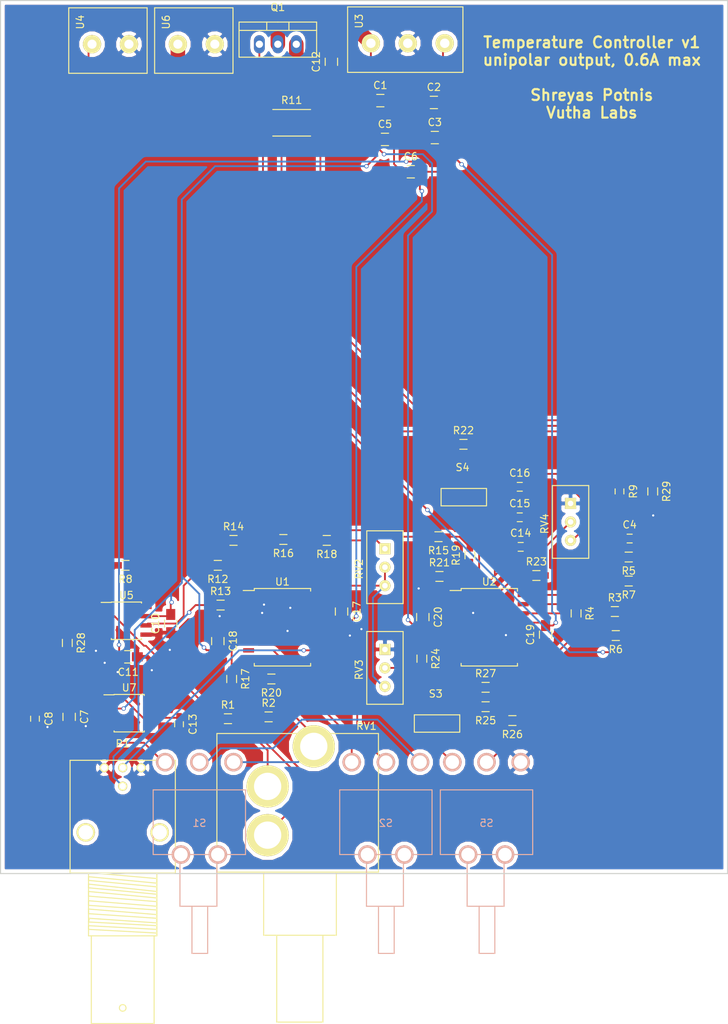
<source format=kicad_pcb>
(kicad_pcb (version 4) (host pcbnew 4.0.2-stable)
  (title_block (title "Temperature Controller") (rev v1) (company "Vutha Labs"))
  (layers (0 F.Cu signal) (31 B.Cu signal hide) (34 B.Paste user) (35 F.Paste user) (36 B.SilkS user) (37 F.SilkS user) (38 B.Mask user) (39 F.Mask user) (44 Edge.Cuts user))
  (net 0 "")
  (net 1 +15V)
  (net 2 GND)
  (net 3 -15V)
  (net 4 "Net-(C3-Pad1)")
  (net 5 "Net-(C4-Pad1)")
  (net 6 "Net-(C4-Pad2)")
  (net 7 /2.5V)
  (net 8 "Net-(C14-Pad1)")
  (net 9 "Net-(C14-Pad2)")
  (net 10 "Net-(P1-Pad1)")
  (net 11 "Net-(P1-Pad3)")
  (net 12 "Net-(Q1-Pad1)")
  (net 13 "Net-(Q1-Pad3)")
  (net 14 "Net-(R1-Pad2)")
  (net 15 "Net-(R2-Pad1)")
  (net 16 "Net-(R3-Pad1)")
  (net 17 "Net-(R4-Pad1)")
  (net 18 "Net-(R4-Pad2)")
  (net 19 "Net-(R11-Pad1)")
  (net 20 "Net-(R8-Pad1)")
  (net 21 "Net-(R8-Pad2)")
  (net 22 "Net-(R12-Pad1)")
  (net 23 "Net-(R12-Pad2)")
  (net 24 /err_signal)
  (net 25 "Net-(R15-Pad1)")
  (net 26 "Net-(R16-Pad1)")
  (net 27 "Net-(R17-Pad1)")
  (net 28 "Net-(R18-Pad1)")
  (net 29 "Net-(R19-Pad1)")
  (net 30 "Net-(R20-Pad1)")
  (net 31 "Net-(R22-Pad1)")
  (net 32 "Net-(R23-Pad1)")
  (net 33 "Net-(R23-Pad2)")
  (net 34 "Net-(R24-Pad2)")
  (net 35 "Net-(R25-Pad1)")
  (net 36 "Net-(R25-Pad2)")
  (net 37 "Net-(R26-Pad1)")
  (net 38 /act_t)
  (net 39 /set_t)
  (net 40 "Net-(RV2-Pad2)")
  (net 41 "Net-(S1-Pad2)")
  (net 42 "Net-(S2-Pad2)")
  (net 43 /v_out)
  (net 44 "Net-(S4-Pad2)")
  (module footprints:Via-0.6mm (layer F.Cu) (at 114.9985 134.1755)
    (fp_text reference REF** hide)
    (fp_text value Via-0.6mm hide)
    (pad 1 thru_hole circle (at 0 0) (size 0.6 0.6) (drill 0.3) (layers *.Cu) (net 2 GND))
  )
  (module footprints:Via-0.6mm (layer F.Cu) (at 107.5055 130.81)
    (fp_text reference REF** hide)
    (fp_text value Via-0.6mm hide)
    (pad 1 thru_hole circle (at 0 0) (size 0.6 0.6) (drill 0.3) (layers *.Cu) (net 2 GND))
  )
  (module footprints:Via-0.6mm (layer F.Cu) (at 98.044 137.287)
    (fp_text reference REF** hide)
    (fp_text value Via-0.6mm hide)
    (pad 1 thru_hole circle (at 0 0) (size 0.6 0.6) (drill 0.3) (layers *.Cu) (net 2 GND))
  )
  (module footprints:Via-0.6mm (layer F.Cu) (at 99.6315 136.398)
    (fp_text reference REF** hide)
    (fp_text value Via-0.6mm hide)
    (pad 1 thru_hole circle (at 0 0) (size 0.6 0.6) (drill 0.3) (layers *.Cu) (net 2 GND))
  )
  (module footprints:Via-0.6mm (layer F.Cu) (at 56.4515 149.86)
    (fp_text reference REF** hide)
    (fp_text value Via-0.6mm hide)
    (pad 1 thru_hole circle (at 0 0) (size 0.6 0.6) (drill 0.3) (layers *.Cu) (net 2 GND))
  )
  (module footprints:Via-0.6mm (layer F.Cu) (at 61.722 149.733)
    (fp_text reference REF** hide)
    (fp_text value Via-0.6mm hide)
    (pad 1 thru_hole circle (at 0 0) (size 0.6 0.6) (drill 0.3) (layers *.Cu) (net 2 GND))
  )
  (module footprints:Via-0.6mm (layer F.Cu) (at 80.137 134.62)
    (fp_text reference REF** hide)
    (fp_text value Via-0.6mm hide)
    (pad 1 thru_hole circle (at 0 0) (size 0.6 0.6) (drill 0.3) (layers *.Cu) (net 2 GND))
  )
  (module footprints:Via-0.6mm (layer F.Cu) (at 86.233 133.0325)
    (fp_text reference REF** hide)
    (fp_text value Via-0.6mm hide)
    (pad 1 thru_hole circle (at 0 0) (size 0.6 0.6) (drill 0.3) (layers *.Cu) (net 2 GND))
  )
  (module footprints:Via-0.6mm (layer F.Cu) (at 85.979 134.1755)
    (fp_text reference REF** hide)
    (fp_text value Via-0.6mm hide)
    (pad 1 thru_hole circle (at 0 0) (size 0.6 0.6) (drill 0.3) (layers *.Cu) (net 2 GND))
  )
  (module footprints:Via-0.6mm (layer F.Cu) (at 89.8525 133.477)
    (fp_text reference REF** hide)
    (fp_text value Via-0.6mm hide)
    (pad 1 thru_hole circle (at 0 0) (size 0.6 0.6) (drill 0.3) (layers *.Cu) (net 2 GND))
  )
  (module footprints:Via-0.6mm (layer F.Cu) (at 89.4715 136.652)
    (fp_text reference REF** hide)
    (fp_text value Via-0.6mm hide)
    (pad 1 thru_hole circle (at 0 0) (size 0.6 0.6) (drill 0.3) (layers *.Cu) (net 2 GND))
  )
  (module footprints:Via-0.6mm (layer F.Cu) (at 73.279 139.2555)
    (fp_text reference REF** hide)
    (fp_text value Via-0.6mm hide)
    (pad 1 thru_hole circle (at 0 0) (size 0.6 0.6) (drill 0.3) (layers *.Cu) (net 2 GND))
  )
  (module footprints:Via-0.6mm (layer F.Cu) (at 70.8025 142.0495)
    (fp_text reference REF** hide)
    (fp_text value Via-0.6mm hide)
    (pad 1 thru_hole circle (at 0 0) (size 0.6 0.6) (drill 0.3) (layers *.Cu) (net 2 GND))
  )
  (module footprints:Via-0.6mm (layer F.Cu) (at 63.119 139.3825)
    (fp_text reference REF** hide)
    (fp_text value Via-0.6mm hide)
    (pad 1 thru_hole circle (at 0 0) (size 0.6 0.6) (drill 0.3) (layers *.Cu) (net 2 GND))
  )
  (module footprints:Via-0.6mm (layer F.Cu) (at 64.3255 141.0335)
    (fp_text reference REF** hide)
    (fp_text value Via-0.6mm hide)
    (pad 1 thru_hole circle (at 0 0) (size 0.6 0.6) (drill 0.3) (layers *.Cu) (net 2 GND))
  )
  (module footprints:Via-0.6mm (layer F.Cu) (at 139.7635 120.777)
    (fp_text reference REF** hide)
    (fp_text value Via-0.6mm hide)
    (pad 1 thru_hole circle (at 0 0) (size 0.6 0.6) (drill 0.3) (layers *.Cu) (net 2 GND))
  )
  (module Resistors_SMD:R_0603_HandSoldering (layer F.Cu) (at 80.264 133.096)
    (fp_text reference R13 (at 0 -1.9) (layer F.SilkS))
    (fp_text value 10k)
    (pad 1 smd rect (at -1.1 0) (size 1.2 0.9) (layers F.Cu F.Paste F.Mask) (net 10 "Net-(P1-Pad1)"))
    (pad 2 smd rect (at 1.1 0) (size 1.2 0.9) (layers F.Cu F.Paste F.Mask) (net 22 "Net-(R12-Pad1)"))
  )
  (module footprints:Via-0.6mm (layer F.Cu) (at 119.507 137.2235)
    (fp_text reference REF** hide)
    (fp_text value Via-0.6mm hide)
    (pad 1 thru_hole circle (at 0 0) (size 0.6 0.6) (drill 0.3) (layers *.Cu) (net 2 GND))
  )
  (module Housings_SOIC:SOIC-8_3.9x4.9mm_Pitch1.27mm (layer F.Cu) (at 67.691 147.955)
    (fp_text reference U7 (at 0 -3.5) (layer F.SilkS))
    (fp_text value AD780)
    (pad 1 smd rect (at -2.7 -1.905) (size 1.55 0.6) (layers F.Cu F.Paste F.Mask))
    (pad 2 smd rect (at -2.7 -0.635) (size 1.55 0.6) (layers F.Cu F.Paste F.Mask) (net 1 +15V))
    (pad 3 smd rect (at -2.7 0.635) (size 1.55 0.6) (layers F.Cu F.Paste F.Mask))
    (pad 4 smd rect (at -2.7 1.905) (size 1.55 0.6) (layers F.Cu F.Paste F.Mask) (net 2 GND))
    (pad 5 smd rect (at 2.7 1.905) (size 1.55 0.6) (layers F.Cu F.Paste F.Mask))
    (pad 6 smd rect (at 2.7 0.635) (size 1.55 0.6) (layers F.Cu F.Paste F.Mask) (net 7 /2.5V))
    (pad 7 smd rect (at 2.7 -0.635) (size 1.55 0.6) (layers F.Cu F.Paste F.Mask))
    (pad 8 smd rect (at 2.7 -1.905) (size 1.55 0.6) (layers F.Cu F.Paste F.Mask))
  )
  (module Capacitors_SMD:C_0805_HandSoldering (layer F.Cu) (at 102.235 63.754)
    (fp_text reference C1 (at 0 -2.1) (layer F.SilkS))
    (fp_text value 10uF)
    (pad 1 smd rect (at -1.25 0) (size 1.5 1.25) (layers F.Cu F.Paste F.Mask) (net 1 +15V))
    (pad 2 smd rect (at 1.25 0) (size 1.5 1.25) (layers F.Cu F.Paste F.Mask) (net 2 GND))
  )
  (module Capacitors_SMD:C_0805_HandSoldering (layer F.Cu) (at 109.601 64.008)
    (fp_text reference C2 (at 0 -2.1) (layer F.SilkS))
    (fp_text value 10uF)
    (pad 1 smd rect (at -1.25 0) (size 1.5 1.25) (layers F.Cu F.Paste F.Mask) (net 2 GND))
    (pad 2 smd rect (at 1.25 0) (size 1.5 1.25) (layers F.Cu F.Paste F.Mask) (net 3 -15V))
  )
  (module Capacitors_SMD:C_0805_HandSoldering (layer F.Cu) (at 109.728 68.834)
    (fp_text reference C3 (at 0 -2.1) (layer F.SilkS))
    (fp_text value 0.1uF)
    (pad 1 smd rect (at -1.25 0) (size 1.5 1.25) (layers F.Cu F.Paste F.Mask) (net 4 "Net-(C3-Pad1)"))
    (pad 2 smd rect (at 1.25 0) (size 1.5 1.25) (layers F.Cu F.Paste F.Mask) (net 2 GND))
  )
  (module Capacitors_SMD:C_0603_HandSoldering (layer F.Cu) (at 136.525 123.952)
    (fp_text reference C4 (at 0 -1.9) (layer F.SilkS))
    (fp_text value 330pF)
    (pad 1 smd rect (at -0.95 0) (size 1.2 0.75) (layers F.Cu F.Paste F.Mask) (net 5 "Net-(C4-Pad1)"))
    (pad 2 smd rect (at 0.95 0) (size 1.2 0.75) (layers F.Cu F.Paste F.Mask) (net 6 "Net-(C4-Pad2)"))
  )
  (module Capacitors_SMD:C_0805_HandSoldering (layer F.Cu) (at 102.87 69.088)
    (fp_text reference C5 (at 0 -2.1) (layer F.SilkS))
    (fp_text value 0.1uF)
    (pad 1 smd rect (at -1.25 0) (size 1.5 1.25) (layers F.Cu F.Paste F.Mask) (net 1 +15V))
    (pad 2 smd rect (at 1.25 0) (size 1.5 1.25) (layers F.Cu F.Paste F.Mask) (net 4 "Net-(C3-Pad1)"))
  )
  (module Capacitors_SMD:C_0805_HandSoldering (layer F.Cu) (at 106.426 73.533)
    (fp_text reference C6 (at 0 -2.1) (layer F.SilkS))
    (fp_text value 0.1uF)
    (pad 1 smd rect (at -1.25 0) (size 1.5 1.25) (layers F.Cu F.Paste F.Mask) (net 4 "Net-(C3-Pad1)"))
    (pad 2 smd rect (at 1.25 0) (size 1.5 1.25) (layers F.Cu F.Paste F.Mask) (net 3 -15V))
  )
  (module Capacitors_SMD:C_0805_HandSoldering (layer F.Cu) (at 59.436 148.463 270)
    (fp_text reference C7 (at 0 -2.1 270) (layer F.SilkS))
    (fp_text value 0.1uF)
    (pad 1 smd rect (at -1.25 0 270) (size 1.5 1.25) (layers F.Cu F.Paste F.Mask) (net 1 +15V))
    (pad 2 smd rect (at 1.25 0 270) (size 1.5 1.25) (layers F.Cu F.Paste F.Mask) (net 2 GND))
  )
  (module Capacitors_SMD:C_0603_HandSoldering (layer F.Cu) (at 54.737 148.717 270)
    (fp_text reference C8 (at 0 -1.9 270) (layer F.SilkS))
    (fp_text value 1uF)
    (pad 1 smd rect (at -0.95 0 270) (size 1.2 0.75) (layers F.Cu F.Paste F.Mask) (net 1 +15V))
    (pad 2 smd rect (at 0.95 0 270) (size 1.2 0.75) (layers F.Cu F.Paste F.Mask) (net 2 GND))
  )
  (module Capacitors_SMD:C_0805_HandSoldering (layer F.Cu) (at 73.406 135.636 90)
    (fp_text reference C10 (at 0 -2.1 90) (layer F.SilkS))
    (fp_text value 0.1uF)
    (pad 1 smd rect (at -1.25 0 90) (size 1.5 1.25) (layers F.Cu F.Paste F.Mask) (net 2 GND))
    (pad 2 smd rect (at 1.25 0 90) (size 1.5 1.25) (layers F.Cu F.Paste F.Mask) (net 1 +15V))
  )
  (module Capacitors_SMD:C_0805_HandSoldering (layer F.Cu) (at 67.564 140.208 180)
    (fp_text reference C11 (at 0 -2.1 180) (layer F.SilkS))
    (fp_text value 0.1uF)
    (pad 1 smd rect (at -1.25 0 180) (size 1.5 1.25) (layers F.Cu F.Paste F.Mask) (net 2 GND))
    (pad 2 smd rect (at 1.25 0 180) (size 1.5 1.25) (layers F.Cu F.Paste F.Mask) (net 3 -15V))
  )
  (module Capacitors_SMD:C_0805_HandSoldering (layer F.Cu) (at 95.504 58.42 90)
    (fp_text reference C12 (at 0 -2.1 90) (layer F.SilkS))
    (fp_text value 10uF)
    (pad 1 smd rect (at -1.25 0 90) (size 1.5 1.25) (layers F.Cu F.Paste F.Mask) (net 2 GND))
    (pad 2 smd rect (at 1.25 0 90) (size 1.5 1.25) (layers F.Cu F.Paste F.Mask) (net 1 +15V))
  )
  (module Capacitors_SMD:C_0603_HandSoldering (layer F.Cu) (at 74.549 149.479 270)
    (fp_text reference C13 (at 0 -1.9 270) (layer F.SilkS))
    (fp_text value 1uF)
    (pad 1 smd rect (at -0.95 0 270) (size 1.2 0.75) (layers F.Cu F.Paste F.Mask) (net 7 /2.5V))
    (pad 2 smd rect (at 0.95 0 270) (size 1.2 0.75) (layers F.Cu F.Paste F.Mask) (net 2 GND))
  )
  (module Capacitors_SMD:C_0603_HandSoldering (layer F.Cu) (at 121.539 125.095)
    (fp_text reference C14 (at 0 -1.9) (layer F.SilkS))
    (fp_text value 1uF)
    (pad 1 smd rect (at -0.95 0) (size 1.2 0.75) (layers F.Cu F.Paste F.Mask) (net 8 "Net-(C14-Pad1)"))
    (pad 2 smd rect (at 0.95 0) (size 1.2 0.75) (layers F.Cu F.Paste F.Mask) (net 9 "Net-(C14-Pad2)"))
  )
  (module Capacitors_SMD:C_0603_HandSoldering (layer F.Cu) (at 121.412 121.031)
    (fp_text reference C15 (at 0 -1.9) (layer F.SilkS))
    (fp_text value 1uF)
    (pad 1 smd rect (at -0.95 0) (size 1.2 0.75) (layers F.Cu F.Paste F.Mask) (net 8 "Net-(C14-Pad1)"))
    (pad 2 smd rect (at 0.95 0) (size 1.2 0.75) (layers F.Cu F.Paste F.Mask) (net 9 "Net-(C14-Pad2)"))
  )
  (module Capacitors_SMD:C_0603_HandSoldering (layer F.Cu) (at 121.412 116.84)
    (fp_text reference C16 (at 0 -1.9) (layer F.SilkS))
    (fp_text value 1uF)
    (pad 1 smd rect (at -0.95 0) (size 1.2 0.75) (layers F.Cu F.Paste F.Mask) (net 8 "Net-(C14-Pad1)"))
    (pad 2 smd rect (at 0.95 0) (size 1.2 0.75) (layers F.Cu F.Paste F.Mask) (net 9 "Net-(C14-Pad2)"))
  )
  (module Capacitors_SMD:C_0805_HandSoldering (layer F.Cu) (at 96.901 133.985 270)
    (fp_text reference C17 (at 0 -2.1 270) (layer F.SilkS))
    (fp_text value 0.1uF)
    (pad 1 smd rect (at -1.25 0 270) (size 1.5 1.25) (layers F.Cu F.Paste F.Mask) (net 2 GND))
    (pad 2 smd rect (at 1.25 0 270) (size 1.5 1.25) (layers F.Cu F.Paste F.Mask) (net 3 -15V))
  )
  (module Capacitors_SMD:C_0805_HandSoldering (layer F.Cu) (at 79.883 138.049 270)
    (fp_text reference C18 (at 0 -2.1 270) (layer F.SilkS))
    (fp_text value 0.1uF)
    (pad 1 smd rect (at -1.25 0 270) (size 1.5 1.25) (layers F.Cu F.Paste F.Mask) (net 2 GND))
    (pad 2 smd rect (at 1.25 0 270) (size 1.5 1.25) (layers F.Cu F.Paste F.Mask) (net 1 +15V))
  )
  (module Capacitors_SMD:C_0805_HandSoldering (layer F.Cu) (at 124.968 137.16 90)
    (fp_text reference C19 (at 0 -2.1 90) (layer F.SilkS))
    (fp_text value 0.1uF)
    (pad 1 smd rect (at -1.25 0 90) (size 1.5 1.25) (layers F.Cu F.Paste F.Mask) (net 2 GND))
    (pad 2 smd rect (at 1.25 0 90) (size 1.5 1.25) (layers F.Cu F.Paste F.Mask) (net 3 -15V))
  )
  (module Capacitors_SMD:C_0805_HandSoldering (layer F.Cu) (at 108.077 134.747 270)
    (fp_text reference C20 (at 0 -2.1 270) (layer F.SilkS))
    (fp_text value 0.1uF)
    (pad 1 smd rect (at -1.25 0 270) (size 1.5 1.25) (layers F.Cu F.Paste F.Mask) (net 2 GND))
    (pad 2 smd rect (at 1.25 0 270) (size 1.5 1.25) (layers F.Cu F.Paste F.Mask) (net 1 +15V))
  )
  (module footprints:Dual-BNC-ARF2136 (layer F.Cu) (at 66.802 164.338 180)
    (fp_text reference P1 (at 0 12.192 180) (layer F.SilkS))
    (fp_text value "Ext. Mod/Monitor")
    (pad 5 thru_hole circle (at 5.08 0 180) (size 2.54 2.54) (drill 2.0066) (layers *.Cu *.Mask F.SilkS))
    (pad 6 thru_hole circle (at -5.08 0 180) (size 2.54 2.54) (drill 2.0066) (layers *.Cu *.Mask F.SilkS))
    (pad 1 thru_hole circle (at 0 6.35 180) (size 1.27 1.27) (drill 0.889) (layers *.Cu *.Mask F.SilkS) (net 10 "Net-(P1-Pad1)"))
    (pad 3 thru_hole circle (at 0 8.89 180) (size 1.27 1.27) (drill 0.889) (layers *.Cu *.Mask F.SilkS) (net 11 "Net-(P1-Pad3)"))
    (pad 4 thru_hole circle (at -2.54 8.89 180) (size 1.27 1.27) (drill 0.889) (layers *.Cu *.Mask F.SilkS) (net 2 GND))
    (pad 2 thru_hole circle (at 2.54 8.89 180) (size 1.27 1.27) (drill 0.889) (layers *.Cu *.Mask F.SilkS) (net 2 GND))
  )
  (module TO_SOT_Packages_THT:TO-220_Neutral123_Vertical (layer F.Cu) (at 88.138 56.007)
    (fp_text reference Q1 (at 0 -5.08) (layer F.SilkS))
    (fp_text value IRL_450)
    (pad 2 thru_hole oval (at 0 0 90) (size 2.49936 1.50114) (drill 1.00076) (layers *.Cu *.Mask) (net 1 +15V))
    (pad 1 thru_hole oval (at -2.54 0 90) (size 2.49936 1.50114) (drill 1.00076) (layers *.Cu *.Mask) (net 12 "Net-(Q1-Pad1)"))
    (pad 3 thru_hole oval (at 2.54 0 90) (size 2.49936 1.50114) (drill 1.00076) (layers *.Cu *.Mask) (net 13 "Net-(Q1-Pad3)"))
  )
  (module Resistors_SMD:R_0603_HandSoldering (layer F.Cu) (at 81.28 148.717)
    (fp_text reference R1 (at 0 -1.9) (layer F.SilkS))
    (fp_text value 5.1k)
    (pad 1 smd rect (at -1.1 0) (size 1.2 0.9) (layers F.Cu F.Paste F.Mask) (net 7 /2.5V))
    (pad 2 smd rect (at 1.1 0) (size 1.2 0.9) (layers F.Cu F.Paste F.Mask) (net 14 "Net-(R1-Pad2)"))
  )
  (module Resistors_SMD:R_0603_HandSoldering (layer F.Cu) (at 86.868 148.463)
    (fp_text reference R2 (at 0 -1.9) (layer F.SilkS))
    (fp_text value 5.1k)
    (pad 1 smd rect (at -1.1 0) (size 1.2 0.9) (layers F.Cu F.Paste F.Mask) (net 15 "Net-(R2-Pad1)"))
    (pad 2 smd rect (at 1.1 0) (size 1.2 0.9) (layers F.Cu F.Paste F.Mask) (net 2 GND))
  )
  (module Resistors_SMD:R_0603_HandSoldering (layer F.Cu) (at 134.493 133.985)
    (fp_text reference R3 (at 0 -1.9) (layer F.SilkS))
    (fp_text value 499k)
    (pad 1 smd rect (at -1.1 0) (size 1.2 0.9) (layers F.Cu F.Paste F.Mask) (net 16 "Net-(R3-Pad1)"))
    (pad 2 smd rect (at 1.1 0) (size 1.2 0.9) (layers F.Cu F.Paste F.Mask) (net 2 GND))
  )
  (module Resistors_SMD:R_0603_HandSoldering (layer F.Cu) (at 129.159 134.239 270)
    (fp_text reference R4 (at 0 -1.9 270) (layer F.SilkS))
    (fp_text value 499k)
    (pad 1 smd rect (at -1.1 0 270) (size 1.2 0.9) (layers F.Cu F.Paste F.Mask) (net 17 "Net-(R4-Pad1)"))
    (pad 2 smd rect (at 1.1 0 270) (size 1.2 0.9) (layers F.Cu F.Paste F.Mask) (net 18 "Net-(R4-Pad2)"))
  )
  (module Resistors_SMD:R_0603_HandSoldering (layer F.Cu) (at 136.398 126.492 180)
    (fp_text reference R5 (at 0 -1.9 180) (layer F.SilkS))
    (fp_text value 100k)
    (pad 1 smd rect (at -1.1 0 180) (size 1.2 0.9) (layers F.Cu F.Paste F.Mask) (net 6 "Net-(C4-Pad2)"))
    (pad 2 smd rect (at 1.1 0 180) (size 1.2 0.9) (layers F.Cu F.Paste F.Mask) (net 17 "Net-(R4-Pad1)"))
  )
  (module Resistors_SMD:R_0603_HandSoldering (layer F.Cu) (at 134.62 137.287 180)
    (fp_text reference R6 (at 0 -1.9 180) (layer F.SilkS))
    (fp_text value 10k)
    (pad 1 smd rect (at -1.1 0 180) (size 1.2 0.9) (layers F.Cu F.Paste F.Mask) (net 19 "Net-(R11-Pad1)"))
    (pad 2 smd rect (at 1.1 0 180) (size 1.2 0.9) (layers F.Cu F.Paste F.Mask) (net 16 "Net-(R3-Pad1)"))
  )
  (module Resistors_SMD:R_0603_HandSoldering (layer F.Cu) (at 136.398 129.794 180)
    (fp_text reference R7 (at 0 -1.9 180) (layer F.SilkS))
    (fp_text value 10k)
    (pad 1 smd rect (at -1.1 0 180) (size 1.2 0.9) (layers F.Cu F.Paste F.Mask) (net 13 "Net-(Q1-Pad3)"))
    (pad 2 smd rect (at 1.1 0 180) (size 1.2 0.9) (layers F.Cu F.Paste F.Mask) (net 17 "Net-(R4-Pad1)"))
  )
  (module Resistors_SMD:R_0603_HandSoldering (layer F.Cu) (at 67.183 127.635 180)
    (fp_text reference R8 (at 0 -1.9 180) (layer F.SilkS))
    (fp_text value 511)
    (pad 1 smd rect (at -1.1 0 180) (size 1.2 0.9) (layers F.Cu F.Paste F.Mask) (net 20 "Net-(R8-Pad1)"))
    (pad 2 smd rect (at 1.1 0 180) (size 1.2 0.9) (layers F.Cu F.Paste F.Mask) (net 21 "Net-(R8-Pad2)"))
  )
  (module Capacitors_SMD:C_0603_HandSoldering (layer F.Cu) (at 135.128 117.475 270)
    (fp_text reference R9 (at 0 -1.9 270) (layer F.SilkS))
    (fp_text value 3k)
    (pad 1 smd rect (at -0.95 0 270) (size 1.2 0.75) (layers F.Cu F.Paste F.Mask) (net 12 "Net-(Q1-Pad1)"))
    (pad 2 smd rect (at 0.95 0 270) (size 1.2 0.75) (layers F.Cu F.Paste F.Mask) (net 5 "Net-(C4-Pad1)"))
  )
  (module Resistors_SMD:R_2512_HandSoldering (layer F.Cu) (at 90.043 66.802)
    (fp_text reference R11 (at 0 -3.1) (layer F.SilkS))
    (fp_text value 0.5)
    (pad 1 smd rect (at -3.95 0) (size 2.7 3.2) (layers F.Cu F.Paste F.Mask) (net 19 "Net-(R11-Pad1)"))
    (pad 2 smd rect (at 3.95 0) (size 2.7 3.2) (layers F.Cu F.Paste F.Mask) (net 13 "Net-(Q1-Pad3)"))
  )
  (module Resistors_SMD:R_0603_HandSoldering (layer F.Cu) (at 79.883 127.635 180)
    (fp_text reference R12 (at 0 -1.9 180) (layer F.SilkS))
    (fp_text value 10k)
    (pad 1 smd rect (at -1.1 0 180) (size 1.2 0.9) (layers F.Cu F.Paste F.Mask) (net 22 "Net-(R12-Pad1)"))
    (pad 2 smd rect (at 1.1 0 180) (size 1.2 0.9) (layers F.Cu F.Paste F.Mask) (net 23 "Net-(R12-Pad2)"))
  )
  (module Resistors_SMD:R_0603_HandSoldering (layer F.Cu) (at 82.042 124.206)
    (fp_text reference R14 (at 0 -1.9) (layer F.SilkS))
    (fp_text value 10k)
    (pad 1 smd rect (at -1.1 0) (size 1.2 0.9) (layers F.Cu F.Paste F.Mask) (net 22 "Net-(R12-Pad1)"))
    (pad 2 smd rect (at 1.1 0) (size 1.2 0.9) (layers F.Cu F.Paste F.Mask) (net 24 /err_signal))
  )
  (module Resistors_SMD:R_0603_HandSoldering (layer F.Cu) (at 110.236 123.698 180)
    (fp_text reference R15 (at 0 -1.9 180) (layer F.SilkS))
    (fp_text value 1M)
    (pad 1 smd rect (at -1.1 0 180) (size 1.2 0.9) (layers F.Cu F.Paste F.Mask) (net 25 "Net-(R15-Pad1)"))
    (pad 2 smd rect (at 1.1 0 180) (size 1.2 0.9) (layers F.Cu F.Paste F.Mask) (net 24 /err_signal))
  )
  (module Resistors_SMD:R_0603_HandSoldering (layer F.Cu) (at 88.9 124.079 180)
    (fp_text reference R16 (at 0 -1.9 180) (layer F.SilkS))
    (fp_text value 3k)
    (pad 1 smd rect (at -1.1 0 180) (size 1.2 0.9) (layers F.Cu F.Paste F.Mask) (net 26 "Net-(R16-Pad1)"))
    (pad 2 smd rect (at 1.1 0 180) (size 1.2 0.9) (layers F.Cu F.Paste F.Mask) (net 24 /err_signal))
  )
  (module Resistors_SMD:R_0603_HandSoldering (layer F.Cu) (at 81.788 143.256 270)
    (fp_text reference R17 (at 0 -1.9 270) (layer F.SilkS))
    (fp_text value 1k)
    (pad 1 smd rect (at -1.1 0 270) (size 1.2 0.9) (layers F.Cu F.Paste F.Mask) (net 27 "Net-(R17-Pad1)"))
    (pad 2 smd rect (at 1.1 0 270) (size 1.2 0.9) (layers F.Cu F.Paste F.Mask) (net 2 GND))
  )
  (module Resistors_SMD:R_0603_HandSoldering (layer F.Cu) (at 94.869 124.206 180)
    (fp_text reference R18 (at 0 -1.9 180) (layer F.SilkS))
    (fp_text value 511)
    (pad 1 smd rect (at -1.1 0 180) (size 1.2 0.9) (layers F.Cu F.Paste F.Mask) (net 28 "Net-(R18-Pad1)"))
    (pad 2 smd rect (at 1.1 0 180) (size 1.2 0.9) (layers F.Cu F.Paste F.Mask) (net 26 "Net-(R16-Pad1)"))
  )
  (module Resistors_SMD:R_0603_HandSoldering (layer F.Cu) (at 114.554 126.238 90)
    (fp_text reference R19 (at 0 -1.9 90) (layer F.SilkS))
    (fp_text value 1M)
    (pad 1 smd rect (at -1.1 0 90) (size 1.2 0.9) (layers F.Cu F.Paste F.Mask) (net 29 "Net-(R19-Pad1)"))
    (pad 2 smd rect (at 1.1 0 90) (size 1.2 0.9) (layers F.Cu F.Paste F.Mask) (net 25 "Net-(R15-Pad1)"))
  )
  (module Resistors_SMD:R_0603_HandSoldering (layer F.Cu) (at 87.249 143.256 180)
    (fp_text reference R20 (at 0 -1.9 180) (layer F.SilkS))
    (fp_text value 9.09k)
    (pad 1 smd rect (at -1.1 0 180) (size 1.2 0.9) (layers F.Cu F.Paste F.Mask) (net 30 "Net-(R20-Pad1)"))
    (pad 2 smd rect (at 1.1 0 180) (size 1.2 0.9) (layers F.Cu F.Paste F.Mask) (net 27 "Net-(R17-Pad1)"))
  )
  (module Resistors_SMD:R_0603_HandSoldering (layer F.Cu) (at 110.363 129.159)
    (fp_text reference R21 (at 0 -1.9) (layer F.SilkS))
    (fp_text value 1M)
    (pad 1 smd rect (at -1.1 0) (size 1.2 0.9) (layers F.Cu F.Paste F.Mask) (net 9 "Net-(C14-Pad2)"))
    (pad 2 smd rect (at 1.1 0) (size 1.2 0.9) (layers F.Cu F.Paste F.Mask) (net 29 "Net-(R19-Pad1)"))
  )
  (module Resistors_SMD:R_0603_HandSoldering (layer F.Cu) (at 113.665 110.998)
    (fp_text reference R22 (at 0 -1.9) (layer F.SilkS))
    (fp_text value 1k)
    (pad 1 smd rect (at -1.1 0) (size 1.2 0.9) (layers F.Cu F.Paste F.Mask) (net 31 "Net-(R22-Pad1)"))
    (pad 2 smd rect (at 1.1 0) (size 1.2 0.9) (layers F.Cu F.Paste F.Mask) (net 9 "Net-(C14-Pad2)"))
  )
  (module Resistors_SMD:R_0603_HandSoldering (layer F.Cu) (at 123.698 129.032)
    (fp_text reference R23 (at 0 -1.9) (layer F.SilkS))
    (fp_text value 100k)
    (pad 1 smd rect (at -1.1 0) (size 1.2 0.9) (layers F.Cu F.Paste F.Mask) (net 32 "Net-(R23-Pad1)"))
    (pad 2 smd rect (at 1.1 0) (size 1.2 0.9) (layers F.Cu F.Paste F.Mask) (net 33 "Net-(R23-Pad2)"))
  )
  (module Resistors_SMD:R_0603_HandSoldering (layer F.Cu) (at 107.95 140.462 270)
    (fp_text reference R24 (at 0 -1.9 270) (layer F.SilkS))
    (fp_text value 100k)
    (pad 1 smd rect (at -1.1 0 270) (size 1.2 0.9) (layers F.Cu F.Paste F.Mask) (net 32 "Net-(R23-Pad1)"))
    (pad 2 smd rect (at 1.1 0 270) (size 1.2 0.9) (layers F.Cu F.Paste F.Mask) (net 34 "Net-(R24-Pad2)"))
  )
  (module Resistors_SMD:R_0603_HandSoldering (layer F.Cu) (at 116.713 147.066 180)
    (fp_text reference R25 (at 0 -1.9 180) (layer F.SilkS))
    (fp_text value 10k)
    (pad 1 smd rect (at -1.1 0 180) (size 1.2 0.9) (layers F.Cu F.Paste F.Mask) (net 35 "Net-(R25-Pad1)"))
    (pad 2 smd rect (at 1.1 0 180) (size 1.2 0.9) (layers F.Cu F.Paste F.Mask) (net 36 "Net-(R25-Pad2)"))
  )
  (module Resistors_SMD:R_0603_HandSoldering (layer F.Cu) (at 120.396 148.971 180)
    (fp_text reference R26 (at 0 -1.9 180) (layer F.SilkS))
    (fp_text value 10k)
    (pad 1 smd rect (at -1.1 0 180) (size 1.2 0.9) (layers F.Cu F.Paste F.Mask) (net 37 "Net-(R26-Pad1)"))
    (pad 2 smd rect (at 1.1 0 180) (size 1.2 0.9) (layers F.Cu F.Paste F.Mask) (net 35 "Net-(R25-Pad1)"))
  )
  (module Resistors_SMD:R_0603_HandSoldering (layer F.Cu) (at 116.713 144.399)
    (fp_text reference R27 (at 0 -1.9) (layer F.SilkS))
    (fp_text value 100k)
    (pad 1 smd rect (at -1.1 0) (size 1.2 0.9) (layers F.Cu F.Paste F.Mask) (net 36 "Net-(R25-Pad2)"))
    (pad 2 smd rect (at 1.1 0) (size 1.2 0.9) (layers F.Cu F.Paste F.Mask) (net 32 "Net-(R23-Pad1)"))
  )
  (module Resistors_SMD:R_0603_HandSoldering (layer F.Cu) (at 59.182 138.303 270)
    (fp_text reference R28 (at 0 -1.9 270) (layer F.SilkS))
    (fp_text value 10k)
    (pad 1 smd rect (at -1.1 0 270) (size 1.2 0.9) (layers F.Cu F.Paste F.Mask) (net 38 /act_t))
    (pad 2 smd rect (at 1.1 0 270) (size 1.2 0.9) (layers F.Cu F.Paste F.Mask) (net 7 /2.5V))
  )
  (module Resistors_SMD:R_0603_HandSoldering (layer F.Cu) (at 139.7 117.475 270)
    (fp_text reference R29 (at 0 -1.9 270) (layer F.SilkS))
    (fp_text value 1k)
    (pad 1 smd rect (at -1.1 0 270) (size 1.2 0.9) (layers F.Cu F.Paste F.Mask) (net 12 "Net-(Q1-Pad1)"))
    (pad 2 smd rect (at 1.1 0 270) (size 1.2 0.9) (layers F.Cu F.Paste F.Mask) (net 2 GND))
  )
  (module footprints:VishaySpectrol536 (layer F.Cu) (at 91.186 162.179)
    (fp_text reference RV1 (at 9.144 -12.446 180) (layer F.SilkS))
    (fp_text value 10k)
    (pad 2 thru_hole circle (at 1.895 -9.66) (size 5.8 5.8) (drill 3.75) (layers *.Cu *.Mask F.SilkS) (net 39 /set_t))
    (pad 1 thru_hole circle (at -4.45 -4.16) (size 5.8 5.8) (drill 3.75) (layers *.Cu *.Mask F.SilkS) (net 14 "Net-(R1-Pad2)"))
    (pad 3 thru_hole circle (at -4.45 2.54) (size 5.8 5.8) (drill 3.75) (layers *.Cu *.Mask F.SilkS) (net 15 "Net-(R2-Pad1)"))
  )
  (module footprints:SPDT-Horizontal (layer B.Cu) (at 77.343 154.686 180)
    (fp_text reference S1 (at 0 -8.382 180) (layer B.SilkS) (effects (justify mirror)))
    (fp_text value SET/ACT)
    (pad 2 thru_hole circle (at 0 0 180) (size 2.54 2.54) (drill 1.8542) (layers *.Cu *.Mask B.SilkS) (net 41 "Net-(S1-Pad2)"))
    (pad 1 thru_hole circle (at 4.699 0 180) (size 2.54 2.54) (drill 1.8542) (layers *.Cu *.Mask B.SilkS) (net 38 /act_t))
    (pad 3 thru_hole circle (at -4.699 0 180) (size 2.54 2.54) (drill 1.8542) (layers *.Cu *.Mask B.SilkS) (net 39 /set_t))
    (pad 4 thru_hole circle (at 2.54 -12.7 180) (size 2.54 2.54) (drill 1.8542) (layers *.Cu *.Mask B.SilkS))
    (pad 5 thru_hole circle (at -2.54 -12.7 180) (size 2.54 2.54) (drill 1.8542) (layers *.Cu *.Mask B.SilkS))
  )
  (module footprints:SPDT-Horizontal (layer B.Cu) (at 102.997 154.686 180)
    (fp_text reference S2 (at 0 -8.382 180) (layer B.SilkS) (effects (justify mirror)))
    (fp_text value "Temp/10x err")
    (pad 2 thru_hole circle (at 0 0 180) (size 2.54 2.54) (drill 1.8542) (layers *.Cu *.Mask B.SilkS) (net 42 "Net-(S2-Pad2)"))
    (pad 1 thru_hole circle (at 4.699 0 180) (size 2.54 2.54) (drill 1.8542) (layers *.Cu *.Mask B.SilkS) (net 30 "Net-(R20-Pad1)"))
    (pad 3 thru_hole circle (at -4.699 0 180) (size 2.54 2.54) (drill 1.8542) (layers *.Cu *.Mask B.SilkS) (net 41 "Net-(S1-Pad2)"))
    (pad 4 thru_hole circle (at 2.54 -12.7 180) (size 2.54 2.54) (drill 1.8542) (layers *.Cu *.Mask B.SilkS))
    (pad 5 thru_hole circle (at -2.54 -12.7 180) (size 2.54 2.54) (drill 1.8542) (layers *.Cu *.Mask B.SilkS))
  )
  (module footprints:CJS-1200TB-SPDT (layer F.Cu) (at 110.109 149.606 180)
    (fp_text reference S3 (at 0.254 4.318 180) (layer F.SilkS))
    (fp_text value polarity)
    (pad 3 smd rect (at 1.8516 2.2252 180) (size 1 1.3) (layers F.Cu F.Paste F.Mask) (net 36 "Net-(R25-Pad2)"))
    (pad 1 smd rect (at -1.6484 2.2252 180) (size 1 1.3) (layers F.Cu F.Paste F.Mask) (net 37 "Net-(R26-Pad1)"))
    (pad 2 smd rect (at 0.1016 -1.5748 180) (size 1 1.3) (layers F.Cu F.Paste F.Mask) (net 43 /v_out))
  )
  (module footprints:CJS-1200TB-SPDT (layer F.Cu) (at 113.792 118.491 180)
    (fp_text reference S4 (at 0.254 4.318 180) (layer F.SilkS))
    (fp_text value Integrator)
    (pad 3 smd rect (at 1.8516 2.2252 180) (size 1 1.3) (layers F.Cu F.Paste F.Mask) (net 31 "Net-(R22-Pad1)"))
    (pad 1 smd rect (at -1.6484 2.2252 180) (size 1 1.3) (layers F.Cu F.Paste F.Mask) (net 8 "Net-(C14-Pad1)"))
    (pad 2 smd rect (at 0.1016 -1.5748 180) (size 1 1.3) (layers F.Cu F.Paste F.Mask) (net 44 "Net-(S4-Pad2)"))
  )
  (module footprints:SPDT-Horizontal (layer B.Cu) (at 116.84 154.686 180)
    (fp_text reference S5 (at 0 -8.382 180) (layer B.SilkS) (effects (justify mirror)))
    (fp_text value "Servo Enable")
    (pad 2 thru_hole circle (at 0 0 180) (size 2.54 2.54) (drill 1.8542) (layers *.Cu *.Mask B.SilkS) (net 18 "Net-(R4-Pad2)"))
    (pad 1 thru_hole circle (at 4.699 0 180) (size 2.54 2.54) (drill 1.8542) (layers *.Cu *.Mask B.SilkS) (net 43 /v_out))
    (pad 3 thru_hole circle (at -4.699 0 180) (size 2.54 2.54) (drill 1.8542) (layers *.Cu *.Mask B.SilkS) (net 2 GND))
    (pad 4 thru_hole circle (at 2.54 -12.7 180) (size 2.54 2.54) (drill 1.8542) (layers *.Cu *.Mask B.SilkS))
    (pad 5 thru_hole circle (at -2.54 -12.7 180) (size 2.54 2.54) (drill 1.8542) (layers *.Cu *.Mask B.SilkS))
  )
  (module Housings_SOIC:SOIC-16W_7.5x10.3mm_Pitch1.27mm (layer F.Cu) (at 88.773 136.144)
    (fp_text reference U1 (at 0 -6.25) (layer F.SilkS))
    (fp_text value OP497)
    (pad 1 smd rect (at -4.65 -4.445) (size 1.5 0.6) (layers F.Cu F.Paste F.Mask) (net 24 /err_signal))
    (pad 2 smd rect (at -4.65 -3.175) (size 1.5 0.6) (layers F.Cu F.Paste F.Mask) (net 22 "Net-(R12-Pad1)"))
    (pad 3 smd rect (at -4.65 -1.905) (size 1.5 0.6) (layers F.Cu F.Paste F.Mask) (net 2 GND))
    (pad 4 smd rect (at -4.65 -0.635) (size 1.5 0.6) (layers F.Cu F.Paste F.Mask) (net 1 +15V))
    (pad 5 smd rect (at -4.65 0.635) (size 1.5 0.6) (layers F.Cu F.Paste F.Mask) (net 24 /err_signal))
    (pad 6 smd rect (at -4.65 1.905) (size 1.5 0.6) (layers F.Cu F.Paste F.Mask) (net 27 "Net-(R17-Pad1)"))
    (pad 7 smd rect (at -4.65 3.175) (size 1.5 0.6) (layers F.Cu F.Paste F.Mask) (net 30 "Net-(R20-Pad1)"))
    (pad 8 smd rect (at -4.65 4.445) (size 1.5 0.6) (layers F.Cu F.Paste F.Mask))
    (pad 9 smd rect (at 4.65 4.445) (size 1.5 0.6) (layers F.Cu F.Paste F.Mask))
    (pad 10 smd rect (at 4.65 3.175) (size 1.5 0.6) (layers F.Cu F.Paste F.Mask) (net 11 "Net-(P1-Pad3)"))
    (pad 11 smd rect (at 4.65 1.905) (size 1.5 0.6) (layers F.Cu F.Paste F.Mask) (net 11 "Net-(P1-Pad3)"))
    (pad 12 smd rect (at 4.65 0.635) (size 1.5 0.6) (layers F.Cu F.Paste F.Mask) (net 42 "Net-(S2-Pad2)"))
    (pad 13 smd rect (at 4.65 -0.635) (size 1.5 0.6) (layers F.Cu F.Paste F.Mask) (net 3 -15V))
    (pad 14 smd rect (at 4.65 -1.905) (size 1.5 0.6) (layers F.Cu F.Paste F.Mask) (net 2 GND))
    (pad 15 smd rect (at 4.65 -3.175) (size 1.5 0.6) (layers F.Cu F.Paste F.Mask) (net 26 "Net-(R16-Pad1)"))
    (pad 16 smd rect (at 4.65 -4.445) (size 1.5 0.6) (layers F.Cu F.Paste F.Mask) (net 40 "Net-(RV2-Pad2)"))
  )
  (module Housings_SOIC:SOIC-16W_7.5x10.3mm_Pitch1.27mm (layer F.Cu) (at 117.221 136.144)
    (fp_text reference U2 (at 0 -6.25) (layer F.SilkS))
    (fp_text value OP497)
    (pad 1 smd rect (at -4.65 -4.445) (size 1.5 0.6) (layers F.Cu F.Paste F.Mask) (net 44 "Net-(S4-Pad2)"))
    (pad 2 smd rect (at -4.65 -3.175) (size 1.5 0.6) (layers F.Cu F.Paste F.Mask) (net 9 "Net-(C14-Pad2)"))
    (pad 3 smd rect (at -4.65 -1.905) (size 1.5 0.6) (layers F.Cu F.Paste F.Mask) (net 2 GND))
    (pad 4 smd rect (at -4.65 -0.635) (size 1.5 0.6) (layers F.Cu F.Paste F.Mask) (net 1 +15V))
    (pad 5 smd rect (at -4.65 0.635) (size 1.5 0.6) (layers F.Cu F.Paste F.Mask) (net 2 GND))
    (pad 6 smd rect (at -4.65 1.905) (size 1.5 0.6) (layers F.Cu F.Paste F.Mask) (net 32 "Net-(R23-Pad1)"))
    (pad 7 smd rect (at -4.65 3.175) (size 1.5 0.6) (layers F.Cu F.Paste F.Mask) (net 36 "Net-(R25-Pad2)"))
    (pad 8 smd rect (at -4.65 4.445) (size 1.5 0.6) (layers F.Cu F.Paste F.Mask))
    (pad 9 smd rect (at 4.65 4.445) (size 1.5 0.6) (layers F.Cu F.Paste F.Mask))
    (pad 10 smd rect (at 4.65 3.175) (size 1.5 0.6) (layers F.Cu F.Paste F.Mask) (net 37 "Net-(R26-Pad1)"))
    (pad 11 smd rect (at 4.65 1.905) (size 1.5 0.6) (layers F.Cu F.Paste F.Mask) (net 35 "Net-(R25-Pad1)"))
    (pad 12 smd rect (at 4.65 0.635) (size 1.5 0.6) (layers F.Cu F.Paste F.Mask) (net 2 GND))
    (pad 13 smd rect (at 4.65 -0.635) (size 1.5 0.6) (layers F.Cu F.Paste F.Mask) (net 3 -15V))
    (pad 14 smd rect (at 4.65 -1.905) (size 1.5 0.6) (layers F.Cu F.Paste F.Mask) (net 16 "Net-(R3-Pad1)"))
    (pad 15 smd rect (at 4.65 -3.175) (size 1.5 0.6) (layers F.Cu F.Paste F.Mask) (net 17 "Net-(R4-Pad1)"))
    (pad 16 smd rect (at 4.65 -4.445) (size 1.5 0.6) (layers F.Cu F.Paste F.Mask) (net 5 "Net-(C4-Pad1)"))
  )
  (module footprints:ED2610 (layer F.Cu) (at 105.664 55.372)
    (fp_text reference U3 (at -6.35 -2.54 90) (layer F.SilkS))
    (fp_text value ED2610)
    (pad 1 thru_hole circle (at -4.73 0.5) (size 2.51 2.51) (drill 1.3) (layers *.Cu *.Mask F.SilkS) (net 1 +15V))
    (pad 2 thru_hole circle (at 0.35 0.5) (size 2.51 2.51) (drill 1.3) (layers *.Cu *.Mask F.SilkS) (net 2 GND))
    (pad 3 thru_hole circle (at 5.43 0.5) (size 2.51 2.51) (drill 1.3) (layers *.Cu *.Mask F.SilkS) (net 3 -15V))
  )
  (module Housings_SOIC:SOIC-8_3.9x4.9mm_Pitch1.27mm (layer F.Cu) (at 67.31 135.255)
    (fp_text reference U5 (at 0 -3.5) (layer F.SilkS))
    (fp_text value INA188)
    (pad 1 smd rect (at -2.7 -1.905) (size 1.55 0.6) (layers F.Cu F.Paste F.Mask) (net 21 "Net-(R8-Pad2)"))
    (pad 2 smd rect (at -2.7 -0.635) (size 1.55 0.6) (layers F.Cu F.Paste F.Mask) (net 39 /set_t))
    (pad 3 smd rect (at -2.7 0.635) (size 1.55 0.6) (layers F.Cu F.Paste F.Mask) (net 38 /act_t))
    (pad 4 smd rect (at -2.7 1.905) (size 1.55 0.6) (layers F.Cu F.Paste F.Mask) (net 3 -15V))
    (pad 5 smd rect (at 2.7 1.905) (size 1.55 0.6) (layers F.Cu F.Paste F.Mask) (net 2 GND))
    (pad 6 smd rect (at 2.7 0.635) (size 1.55 0.6) (layers F.Cu F.Paste F.Mask) (net 23 "Net-(R12-Pad2)"))
    (pad 7 smd rect (at 2.7 -0.635) (size 1.55 0.6) (layers F.Cu F.Paste F.Mask) (net 1 +15V))
    (pad 8 smd rect (at 2.7 -1.905) (size 1.55 0.6) (layers F.Cu F.Paste F.Mask) (net 20 "Net-(R8-Pad1)"))
  )
  (module footprints:Bourns-PV36W104C01B00-trimmer (layer F.Cu) (at 102.87 127.889 270)
    (fp_text reference RV2 (at 0.254 3.556 270) (layer F.SilkS))
    (fp_text value 100k)
    (pad 3 thru_hole circle (at 2.54 0 270) (size 1.524 1.524) (drill 0.762) (layers *.Cu *.Mask F.SilkS) (net 40 "Net-(RV2-Pad2)"))
    (pad 2 thru_hole circle (at 0 0 270) (size 1.524 1.524) (drill 0.762) (layers *.Cu *.Mask F.SilkS) (net 40 "Net-(RV2-Pad2)"))
    (pad 1 thru_hole rect (at -2.54 0 270) (size 1.524 1.524) (drill 0.762) (layers *.Cu *.Mask F.SilkS) (net 28 "Net-(R18-Pad1)"))
  )
  (module footprints:Bourns-PV36W104C01B00-trimmer (layer F.Cu) (at 102.87 141.732 270)
    (fp_text reference RV3 (at 0.254 3.556 270) (layer F.SilkS))
    (fp_text value 10k)
    (pad 3 thru_hole circle (at 2.54 0 270) (size 1.524 1.524) (drill 0.762) (layers *.Cu *.Mask F.SilkS) (net 40 "Net-(RV2-Pad2)"))
    (pad 2 thru_hole circle (at 0 0 270) (size 1.524 1.524) (drill 0.762) (layers *.Cu *.Mask F.SilkS) (net 34 "Net-(R24-Pad2)"))
    (pad 1 thru_hole rect (at -2.54 0 270) (size 1.524 1.524) (drill 0.762) (layers *.Cu *.Mask F.SilkS) (net 2 GND))
  )
  (module footprints:Bourns-PV36W104C01B00-trimmer (layer F.Cu) (at 128.397 121.666 270)
    (fp_text reference RV4 (at 0.254 3.556 270) (layer F.SilkS))
    (fp_text value 10k)
    (pad 3 thru_hole circle (at 2.54 0 270) (size 1.524 1.524) (drill 0.762) (layers *.Cu *.Mask F.SilkS) (net 8 "Net-(C14-Pad1)"))
    (pad 2 thru_hole circle (at 0 0 270) (size 1.524 1.524) (drill 0.762) (layers *.Cu *.Mask F.SilkS) (net 33 "Net-(R23-Pad2)"))
    (pad 1 thru_hole rect (at -2.54 0 270) (size 1.524 1.524) (drill 0.762) (layers *.Cu *.Mask F.SilkS) (net 2 GND))
  )
  (module footprints:ED2580 (layer F.Cu) (at 64.77 55.499)
    (fp_text reference U4 (at -3.81 -2.54 90) (layer F.SilkS))
    (fp_text value R_th)
    (pad 1 thru_hole circle (at -2.19 0.5) (size 2.51 2.51) (drill 1.255) (layers *.Cu *.Mask F.SilkS) (net 38 /act_t))
    (pad 2 thru_hole circle (at 2.89 0.5) (size 2.51 2.51) (drill 1.255) (layers *.Cu *.Mask F.SilkS) (net 2 GND))
  )
  (module footprints:ED2580 (layer F.Cu) (at 76.581 55.499)
    (fp_text reference U6 (at -3.81 -2.54 90) (layer F.SilkS))
    (fp_text value R_heat)
    (pad 1 thru_hole circle (at -2.19 0.5) (size 2.51 2.51) (drill 1.255) (layers *.Cu *.Mask F.SilkS) (net 19 "Net-(R11-Pad1)"))
    (pad 2 thru_hole circle (at 2.89 0.5) (size 2.51 2.51) (drill 1.255) (layers *.Cu *.Mask F.SilkS) (net 2 GND))
  )
  (module footprints:Via-0.6mm (layer F.Cu) (at 66.1035 142.3035)
    (fp_text reference REF** hide)
    (fp_text value Via-0.6mm hide)
    (pad 1 thru_hole circle (at 0 0) (size 0.6 0.6) (drill 0.3) (layers *.Cu) (net 2 GND))
  )
  (gr_text "Temperature Controller v1\nunipolar output, 0.6A max\n\nShreyas Potnis\nVutha Labs\n" (at 131.318 60.579) (layer F.SilkS) (effects (font (size 1.5 1.5) (thickness 0.3))))
  (gr_line (start 50 50) (end 50 170) (angle 90) (layer Edge.Cuts) (width 0.15))
  (gr_line (start 50 170) (end 150 170) (angle 90) (layer Edge.Cuts) (width 0.15))
  (gr_line (start 150 50) (end 150 170) (angle 90) (layer Edge.Cuts) (width 0.15))
  (gr_line (start 50 50) (end 150 50) (angle 90) (layer Edge.Cuts) (width 0.15))
  (segment (start 73.406 134.386) (end 73.406 132.842) (width 0.25) (layer F.Cu) (net 1))
  (segment (start 73.4695 132.6515) (end 73.4695 131.5085) (width 0.25) (layer B.Cu) (net 1))
  (segment (start 73.533 132.715) (end 73.4695 132.6515) (width 0.25) (layer B.Cu) (net 1))
  (via (at 73.533 132.715) (size 0.6) (drill 0.4) (layers F.Cu B.Cu) (net 1))
  (segment (start 73.406 132.842) (end 73.533 132.715) (width 0.25) (layer F.Cu) (net 1))
  (segment (start 70.01 134.62) (end 73.172 134.62) (width 0.25) (layer F.Cu) (net 1))
  (segment (start 73.172 134.62) (end 73.406 134.386) (width 0.25) (layer F.Cu) (net 1))
  (segment (start 79.883 139.299) (end 78.339 139.299) (width 0.25) (layer F.Cu) (net 1))
  (segment (start 77.343 131.572) (end 74.93 129.159) (width 0.25) (layer B.Cu) (net 1))
  (segment (start 77.343 138.303) (end 77.343 131.572) (width 0.25) (layer B.Cu) (net 1))
  (segment (start 77.978 138.938) (end 77.343 138.303) (width 0.25) (layer B.Cu) (net 1))
  (via (at 77.978 138.938) (size 0.6) (drill 0.4) (layers F.Cu B.Cu) (net 1))
  (segment (start 78.339 139.299) (end 77.978 138.938) (width 0.25) (layer F.Cu) (net 1))
  (segment (start 79.883 139.299) (end 79.883 139.065) (width 0.25) (layer F.Cu) (net 1))
  (segment (start 79.883 139.065) (end 82.423 136.525) (width 0.25) (layer F.Cu) (net 1))
  (segment (start 82.423 136.525) (end 82.423 135.89) (width 0.25) (layer F.Cu) (net 1))
  (segment (start 82.423 135.89) (end 82.804 135.509) (width 0.25) (layer F.Cu) (net 1))
  (segment (start 82.804 135.509) (end 84.123 135.509) (width 0.25) (layer F.Cu) (net 1))
  (segment (start 100.985 63.754) (end 100.985 64.028) (width 0.25) (layer F.Cu) (net 1))
  (segment (start 100.985 64.028) (end 101.62 64.663) (width 0.25) (layer F.Cu) (net 1))
  (segment (start 101.62 64.663) (end 101.62 69.088) (width 0.25) (layer F.Cu) (net 1))
  (segment (start 108.077 135.997) (end 106.914 135.997) (width 0.25) (layer F.Cu) (net 1))
  (segment (start 101.62 69.997) (end 101.62 69.088) (width 0.25) (layer F.Cu) (net 1))
  (segment (start 102.743 71.12) (end 101.62 69.997) (width 0.25) (layer F.Cu) (net 1))
  (via (at 102.743 71.12) (size 0.6) (drill 0.4) (layers F.Cu B.Cu) (net 1))
  (segment (start 108.077 71.12) (end 102.743 71.12) (width 0.25) (layer B.Cu) (net 1))
  (segment (start 109.347 72.39) (end 108.077 71.12) (width 0.25) (layer B.Cu) (net 1))
  (segment (start 109.347 78.994) (end 109.347 72.39) (width 0.25) (layer B.Cu) (net 1))
  (segment (start 106.045 82.296) (end 109.347 78.994) (width 0.25) (layer B.Cu) (net 1))
  (segment (start 106.045 91.567) (end 106.045 82.296) (width 0.25) (layer B.Cu) (net 1))
  (segment (start 106.045 112.014) (end 106.045 91.567) (width 0.25) (layer B.Cu) (net 1))
  (segment (start 106.045 135.128) (end 106.045 112.014) (width 0.25) (layer B.Cu) (net 1))
  (via (at 106.045 135.128) (size 0.6) (drill 0.4) (layers F.Cu B.Cu) (net 1))
  (segment (start 106.914 135.997) (end 106.045 135.128) (width 0.25) (layer F.Cu) (net 1))
  (segment (start 112.571 135.509) (end 108.565 135.509) (width 0.25) (layer F.Cu) (net 1))
  (segment (start 108.565 135.509) (end 108.077 135.997) (width 0.25) (layer F.Cu) (net 1))
  (segment (start 95.504 57.17) (end 95.504 54.229) (width 2) (layer F.Cu) (net 1))
  (segment (start 95.504 54.229) (end 93.98 52.705) (width 2) (layer F.Cu) (net 1))
  (segment (start 88.138 56.007) (end 88.138 53.975) (width 2) (layer F.Cu) (net 1))
  (segment (start 97.767 52.705) (end 100.934 55.872) (width 2) (layer F.Cu) (net 1))
  (segment (start 89.408 52.705) (end 93.98 52.705) (width 2) (layer F.Cu) (net 1))
  (segment (start 93.98 52.705) (end 97.767 52.705) (width 2) (layer F.Cu) (net 1))
  (segment (start 88.138 53.975) (end 89.408 52.705) (width 2) (layer F.Cu) (net 1))
  (segment (start 64.991 147.32) (end 66.929 147.32) (width 0.25) (layer F.Cu) (net 1))
  (via (at 66.929 147.32) (size 0.6) (drill 0.4) (layers F.Cu B.Cu) (net 1))
  (segment (start 66.929 147.32) (end 68.453 145.796) (width 0.25) (layer B.Cu) (net 1))
  (segment (start 68.453 145.796) (end 68.453 136.525) (width 0.25) (layer B.Cu) (net 1))
  (segment (start 68.453 136.525) (end 73.4695 131.5085) (width 0.25) (layer B.Cu) (net 1))
  (segment (start 73.4695 131.5085) (end 74.93 130.048) (width 0.25) (layer B.Cu) (net 1))
  (segment (start 54.737 147.767) (end 58.882 147.767) (width 0.25) (layer F.Cu) (net 1))
  (segment (start 58.882 147.767) (end 59.329 147.32) (width 0.25) (layer F.Cu) (net 1))
  (segment (start 59.329 147.32) (end 64.991 147.32) (width 0.25) (layer F.Cu) (net 1))
  (segment (start 101.62 64.389) (end 100.934 63.703) (width 0.25) (layer F.Cu) (net 1))
  (segment (start 101.62 71.481) (end 101.62 64.389) (width 0.25) (layer F.Cu) (net 1))
  (segment (start 100.33 72.771) (end 101.62 71.481) (width 0.25) (layer F.Cu) (net 1))
  (via (at 100.33 72.771) (size 0.6) (drill 0.4) (layers F.Cu B.Cu) (net 1))
  (segment (start 79.502 72.771) (end 100.33 72.771) (width 0.25) (layer B.Cu) (net 1))
  (segment (start 74.93 77.343) (end 79.502 72.771) (width 0.25) (layer B.Cu) (net 1))
  (segment (start 74.93 83.312) (end 74.93 77.343) (width 0.25) (layer B.Cu) (net 1))
  (segment (start 74.93 95.885) (end 74.93 83.312) (width 0.25) (layer B.Cu) (net 1))
  (segment (start 74.93 105.283) (end 74.93 95.885) (width 0.25) (layer B.Cu) (net 1))
  (segment (start 74.93 118.872) (end 74.93 105.283) (width 0.25) (layer B.Cu) (net 1))
  (segment (start 74.93 128.651) (end 74.93 118.872) (width 0.25) (layer B.Cu) (net 1))
  (segment (start 74.93 129.159) (end 74.93 128.651) (width 0.25) (layer B.Cu) (net 1))
  (segment (start 74.93 130.048) (end 74.93 129.159) (width 0.25) (layer B.Cu) (net 1))
  (segment (start 100.934 63.703) (end 100.934 55.872) (width 0.25) (layer F.Cu) (net 1))
  (segment (start 139.55 118.425) (end 139.7 118.575) (width 0.25) (layer F.Cu) (net 2))
  (segment (start 126.365 135.509) (end 126.365 134.493) (width 0.25) (layer B.Cu) (net 3))
  (segment (start 126.365 134.493) (end 125.857 133.985) (width 0.25) (layer B.Cu) (net 3))
  (segment (start 124.968 135.91) (end 125.964 135.91) (width 0.25) (layer F.Cu) (net 3))
  (segment (start 112.5855 71.6915) (end 112.3315 71.6915) (width 0.25) (layer F.Cu) (net 3))
  (segment (start 113.411 72.517) (end 112.5855 71.6915) (width 0.25) (layer F.Cu) (net 3))
  (via (at 113.411 72.517) (size 0.6) (drill 0.4) (layers F.Cu B.Cu) (net 3))
  (segment (start 125.857 84.963) (end 113.411 72.517) (width 0.25) (layer B.Cu) (net 3))
  (segment (start 125.857 133.985) (end 125.857 84.963) (width 0.25) (layer B.Cu) (net 3))
  (via (at 126.365 135.509) (size 0.6) (drill 0.4) (layers F.Cu B.Cu) (net 3))
  (segment (start 125.964 135.91) (end 126.365 135.509) (width 0.25) (layer F.Cu) (net 3))
  (segment (start 121.871 135.509) (end 124.567 135.509) (width 0.25) (layer F.Cu) (net 3))
  (segment (start 124.567 135.509) (end 124.968 135.91) (width 0.25) (layer F.Cu) (net 3))
  (segment (start 96.901 135.235) (end 98.318 135.235) (width 0.25) (layer F.Cu) (net 3))
  (segment (start 107.676 75.926) (end 107.676 73.533) (width 0.25) (layer F.Cu) (net 3))
  (segment (start 107.95 76.2) (end 107.676 75.926) (width 0.25) (layer F.Cu) (net 3))
  (via (at 107.95 76.2) (size 0.6) (drill 0.4) (layers F.Cu B.Cu) (net 3))
  (segment (start 107.95 77.597) (end 107.95 76.2) (width 0.25) (layer B.Cu) (net 3))
  (segment (start 98.933 86.614) (end 107.95 77.597) (width 0.25) (layer B.Cu) (net 3))
  (segment (start 98.933 122.301) (end 98.933 86.614) (width 0.25) (layer B.Cu) (net 3))
  (segment (start 98.933 134.62) (end 98.933 122.301) (width 0.25) (layer B.Cu) (net 3))
  (via (at 98.933 134.62) (size 0.6) (drill 0.4) (layers F.Cu B.Cu) (net 3))
  (segment (start 98.318 135.235) (end 98.933 134.62) (width 0.25) (layer F.Cu) (net 3))
  (segment (start 66.314 140.208) (end 66.314 138.577) (width 0.25) (layer F.Cu) (net 3))
  (segment (start 66.314 138.577) (end 66.294 138.557) (width 0.25) (layer F.Cu) (net 3))
  (via (at 66.294 138.557) (size 0.6) (drill 0.4) (layers F.Cu B.Cu) (net 3))
  (segment (start 66.294 138.557) (end 66.294 121.031) (width 0.25) (layer B.Cu) (net 3))
  (segment (start 66.294 121.031) (end 66.294 107.442) (width 0.25) (layer B.Cu) (net 3))
  (segment (start 66.294 107.442) (end 66.294 88.138) (width 0.25) (layer B.Cu) (net 3))
  (segment (start 66.294 88.138) (end 66.294 75.819) (width 0.25) (layer B.Cu) (net 3))
  (segment (start 66.294 75.819) (end 69.977 72.136) (width 0.25) (layer B.Cu) (net 3))
  (segment (start 69.977 72.136) (end 105.791 72.136) (width 0.25) (layer B.Cu) (net 3))
  (via (at 105.791 72.136) (size 0.6) (drill 0.4) (layers F.Cu B.Cu) (net 3))
  (segment (start 105.791 72.136) (end 107.188 72.136) (width 0.25) (layer F.Cu) (net 3))
  (segment (start 107.188 72.136) (end 107.676 72.624) (width 0.25) (layer F.Cu) (net 3))
  (segment (start 107.676 72.624) (end 107.676 73.533) (width 0.25) (layer F.Cu) (net 3))
  (segment (start 93.423 135.509) (end 96.627 135.509) (width 0.25) (layer F.Cu) (net 3))
  (segment (start 96.627 135.509) (end 96.901 135.235) (width 0.25) (layer F.Cu) (net 3))
  (segment (start 107.676 73.533) (end 110.49 73.533) (width 0.25) (layer F.Cu) (net 3))
  (segment (start 110.49 73.533) (end 112.3315 71.6915) (width 0.25) (layer F.Cu) (net 3))
  (segment (start 113.157 66.314) (end 110.851 64.008) (width 0.25) (layer F.Cu) (net 3))
  (segment (start 112.3315 71.6915) (end 113.157 70.866) (width 0.25) (layer F.Cu) (net 3))
  (segment (start 113.157 70.866) (end 113.157 66.314) (width 0.25) (layer F.Cu) (net 3))
  (segment (start 110.851 64.008) (end 110.851 56.115) (width 0.25) (layer F.Cu) (net 3))
  (segment (start 110.851 56.115) (end 111.094 55.872) (width 0.25) (layer F.Cu) (net 3))
  (segment (start 64.61 137.16) (end 64.61 138.504) (width 0.25) (layer F.Cu) (net 3))
  (segment (start 64.61 138.504) (end 66.314 140.208) (width 0.25) (layer F.Cu) (net 3))
  (segment (start 104.12 69.088) (end 104.12 72.477) (width 0.25) (layer F.Cu) (net 4))
  (segment (start 104.12 72.477) (end 105.176 73.533) (width 0.25) (layer F.Cu) (net 4))
  (segment (start 104.12 69.088) (end 108.224 69.088) (width 0.25) (layer F.Cu) (net 4))
  (segment (start 108.224 69.088) (end 108.478 68.834) (width 0.25) (layer F.Cu) (net 4))
  (segment (start 121.871 131.699) (end 128.524 131.699) (width 0.25) (layer F.Cu) (net 5))
  (segment (start 132.588 127.635) (end 132.588 126.939) (width 0.25) (layer F.Cu) (net 5))
  (segment (start 128.524 131.699) (end 132.588 127.635) (width 0.25) (layer F.Cu) (net 5))
  (segment (start 135.575 123.952) (end 135.575 118.872) (width 0.25) (layer F.Cu) (net 5))
  (segment (start 135.575 118.872) (end 135.128 118.425) (width 0.25) (layer F.Cu) (net 5))
  (segment (start 132.588 126.939) (end 135.575 123.952) (width 0.25) (layer F.Cu) (net 5))
  (segment (start 137.475 123.952) (end 137.475 126.469) (width 0.25) (layer F.Cu) (net 6))
  (segment (start 137.475 126.469) (end 137.498 126.492) (width 0.25) (layer F.Cu) (net 6))
  (segment (start 80.18 148.717) (end 74.737 148.717) (width 0.25) (layer F.Cu) (net 7))
  (segment (start 74.737 148.717) (end 74.549 148.529) (width 0.25) (layer F.Cu) (net 7))
  (segment (start 70.391 148.59) (end 69.596 148.59) (width 0.25) (layer F.Cu) (net 7))
  (segment (start 60.409 139.403) (end 59.182 139.403) (width 0.25) (layer F.Cu) (net 7))
  (segment (start 69.596 148.59) (end 60.409 139.403) (width 0.25) (layer F.Cu) (net 7))
  (segment (start 70.391 148.59) (end 74.488 148.59) (width 0.25) (layer F.Cu) (net 7))
  (segment (start 74.488 148.59) (end 74.549 148.529) (width 0.25) (layer F.Cu) (net 7))
  (segment (start 128.397 124.206) (end 128.651 124.206) (width 0.25) (layer F.Cu) (net 8))
  (segment (start 128.651 124.206) (end 130.048 122.809) (width 0.25) (layer F.Cu) (net 8))
  (segment (start 130.048 122.809) (end 130.048 118.618) (width 0.25) (layer F.Cu) (net 8))
  (segment (start 130.048 118.618) (end 126.492 115.062) (width 0.25) (layer F.Cu) (net 8))
  (segment (start 126.492 115.062) (end 122.24 115.062) (width 0.25) (layer F.Cu) (net 8))
  (segment (start 122.24 115.062) (end 120.462 116.84) (width 0.25) (layer F.Cu) (net 8))
  (segment (start 120.462 121.031) (end 120.462 124.968) (width 0.25) (layer F.Cu) (net 8))
  (segment (start 120.462 124.968) (end 120.589 125.095) (width 0.25) (layer F.Cu) (net 8))
  (segment (start 120.462 116.84) (end 120.462 121.031) (width 0.25) (layer F.Cu) (net 8))
  (segment (start 115.4404 116.2658) (end 119.8878 116.2658) (width 0.25) (layer F.Cu) (net 8))
  (segment (start 119.8878 116.2658) (end 120.462 116.84) (width 0.25) (layer F.Cu) (net 8))
  (segment (start 114.765 110.998) (end 114.765 113.835) (width 0.25) (layer F.Cu) (net 9))
  (segment (start 117.983 122.301) (end 117.983 129.032) (width 0.25) (layer F.Cu) (net 9))
  (segment (start 113.919 118.237) (end 117.983 122.301) (width 0.25) (layer F.Cu) (net 9))
  (segment (start 113.919 114.681) (end 113.919 118.237) (width 0.25) (layer F.Cu) (net 9))
  (segment (start 114.765 113.835) (end 113.919 114.681) (width 0.25) (layer F.Cu) (net 9))
  (segment (start 112.571 132.969) (end 114.046 132.969) (width 0.25) (layer F.Cu) (net 9))
  (segment (start 114.046 132.969) (end 117.983 129.032) (width 0.25) (layer F.Cu) (net 9))
  (segment (start 121.219 126.365) (end 122.489 125.095) (width 0.25) (layer F.Cu) (net 9))
  (segment (start 117.983 129.032) (end 120.65 126.365) (width 0.25) (layer F.Cu) (net 9))
  (segment (start 120.65 126.365) (end 121.219 126.365) (width 0.25) (layer F.Cu) (net 9))
  (segment (start 122.362 116.84) (end 122.362 121.031) (width 0.25) (layer F.Cu) (net 9))
  (segment (start 122.489 125.095) (end 122.489 121.158) (width 0.25) (layer F.Cu) (net 9))
  (segment (start 122.489 121.158) (end 122.362 121.031) (width 0.25) (layer F.Cu) (net 9))
  (segment (start 109.263 129.159) (end 109.263 131.615) (width 0.25) (layer F.Cu) (net 9))
  (segment (start 110.617 132.969) (end 112.571 132.969) (width 0.25) (layer F.Cu) (net 9))
  (segment (start 109.263 131.615) (end 110.617 132.969) (width 0.25) (layer F.Cu) (net 9))
  (segment (start 79.164 133.096) (end 76.835 133.096) (width 0.25) (layer F.Cu) (net 10))
  (segment (start 65.532 156.718) (end 66.802 157.988) (width 0.25) (layer B.Cu) (net 10))
  (segment (start 65.532 153.924) (end 65.532 156.718) (width 0.25) (layer B.Cu) (net 10))
  (segment (start 68.961 150.495) (end 65.532 153.924) (width 0.25) (layer B.Cu) (net 10))
  (segment (start 68.961 141.097) (end 68.961 150.495) (width 0.25) (layer B.Cu) (net 10))
  (segment (start 75.946 134.112) (end 68.961 141.097) (width 0.25) (layer B.Cu) (net 10))
  (via (at 75.946 134.112) (size 0.6) (drill 0.4) (layers F.Cu B.Cu) (net 10))
  (segment (start 75.946 133.985) (end 75.946 134.112) (width 0.25) (layer F.Cu) (net 10))
  (segment (start 76.835 133.096) (end 75.946 133.985) (width 0.25) (layer F.Cu) (net 10))
  (segment (start 66.802 157.988) (end 66.802 157.861) (width 0.25) (layer B.Cu) (net 10))
  (segment (start 93.423 138.049) (end 93.423 139.319) (width 0.25) (layer F.Cu) (net 11))
  (segment (start 66.802 155.448) (end 66.802 155.321) (width 0.25) (layer B.Cu) (net 11))
  (segment (start 66.802 155.321) (end 82.804 139.319) (width 0.25) (layer B.Cu) (net 11))
  (segment (start 82.804 139.319) (end 91.694 139.319) (width 0.25) (layer B.Cu) (net 11))
  (via (at 91.694 139.319) (size 0.6) (drill 0.4) (layers F.Cu B.Cu) (net 11))
  (segment (start 91.694 139.319) (end 93.423 139.319) (width 0.25) (layer F.Cu) (net 11))
  (segment (start 85.598 56.007) (end 85.598 61.849) (width 0.25) (layer F.Cu) (net 12))
  (segment (start 127.823 109.22) (end 135.128 116.525) (width 0.25) (layer F.Cu) (net 12))
  (segment (start 103.632 109.22) (end 127.823 109.22) (width 0.25) (layer F.Cu) (net 12))
  (segment (start 88.646 94.234) (end 103.632 109.22) (width 0.25) (layer F.Cu) (net 12))
  (segment (start 88.646 64.897) (end 88.646 94.234) (width 0.25) (layer F.Cu) (net 12))
  (segment (start 85.598 61.849) (end 88.646 64.897) (width 0.25) (layer F.Cu) (net 12))
  (segment (start 135.128 116.525) (end 139.55 116.525) (width 0.25) (layer F.Cu) (net 12))
  (segment (start 139.55 116.525) (end 139.7 116.375) (width 0.25) (layer F.Cu) (net 12))
  (segment (start 93.993 66.802) (end 93.993 92.723) (width 0.25) (layer F.Cu) (net 13))
  (segment (start 138.811 129.794) (end 137.498 129.794) (width 0.25) (layer F.Cu) (net 13))
  (segment (start 142.748 125.857) (end 138.811 129.794) (width 0.25) (layer F.Cu) (net 13))
  (segment (start 142.748 111.633) (end 142.748 125.857) (width 0.25) (layer F.Cu) (net 13))
  (segment (start 138.811 107.696) (end 142.748 111.633) (width 0.25) (layer F.Cu) (net 13))
  (segment (start 108.966 107.696) (end 138.811 107.696) (width 0.25) (layer F.Cu) (net 13))
  (segment (start 93.993 92.723) (end 108.966 107.696) (width 0.25) (layer F.Cu) (net 13))
  (segment (start 93.993 66.802) (end 93.993 64.529) (width 2) (layer F.Cu) (net 13))
  (segment (start 90.678 61.214) (end 90.678 56.007) (width 2) (layer F.Cu) (net 13))
  (segment (start 93.993 64.529) (end 90.678 61.214) (width 2) (layer F.Cu) (net 13))
  (segment (start 86.736 158.019) (end 86.736 153.073) (width 0.25) (layer F.Cu) (net 14))
  (segment (start 86.736 153.073) (end 82.38 148.717) (width 0.25) (layer F.Cu) (net 14))
  (segment (start 86.736 164.719) (end 86.736 164.47) (width 0.25) (layer F.Cu) (net 15))
  (segment (start 86.736 164.47) (end 90.297 160.909) (width 0.25) (layer F.Cu) (net 15))
  (segment (start 90.297 160.909) (end 90.297 155.829) (width 0.25) (layer F.Cu) (net 15))
  (segment (start 90.297 155.829) (end 85.768 151.3) (width 0.25) (layer F.Cu) (net 15))
  (segment (start 85.768 151.3) (end 85.768 148.463) (width 0.25) (layer F.Cu) (net 15))
  (segment (start 133.52 137.287) (end 133.52 134.112) (width 0.25) (layer F.Cu) (net 16))
  (segment (start 133.52 134.112) (end 133.393 133.985) (width 0.25) (layer F.Cu) (net 16))
  (segment (start 121.871 134.239) (end 133.139 134.239) (width 0.25) (layer F.Cu) (net 16))
  (segment (start 133.139 134.239) (end 133.393 133.985) (width 0.25) (layer F.Cu) (net 16))
  (segment (start 121.871 132.969) (end 128.989 132.969) (width 0.25) (layer F.Cu) (net 17))
  (segment (start 128.989 132.969) (end 131.064 132.969) (width 0.25) (layer F.Cu) (net 17))
  (segment (start 131.064 132.969) (end 131.699 132.969) (width 0.25) (layer F.Cu) (net 17))
  (segment (start 131.699 132.969) (end 134.874 129.794) (width 0.25) (layer F.Cu) (net 17))
  (segment (start 134.874 129.794) (end 135.298 129.794) (width 0.25) (layer F.Cu) (net 17))
  (segment (start 135.298 126.492) (end 135.298 129.794) (width 0.25) (layer F.Cu) (net 17))
  (segment (start 126.365 139.827) (end 123.444 142.748) (width 0.25) (layer F.Cu) (net 18))
  (segment (start 123.444 142.748) (end 123.444 142.621) (width 0.25) (layer F.Cu) (net 18))
  (segment (start 116.84 154.686) (end 117.094 154.686) (width 0.25) (layer F.Cu) (net 18))
  (segment (start 117.094 154.686) (end 121.539 150.241) (width 0.25) (layer F.Cu) (net 18))
  (segment (start 123.444 149.225) (end 123.444 142.621) (width 0.25) (layer F.Cu) (net 18))
  (segment (start 122.428 150.241) (end 123.444 149.225) (width 0.25) (layer F.Cu) (net 18))
  (segment (start 121.539 150.241) (end 122.428 150.241) (width 0.25) (layer F.Cu) (net 18))
  (segment (start 126.365 139.827) (end 129.159 137.033) (width 0.25) (layer F.Cu) (net 18))
  (segment (start 129.159 137.033) (end 129.159 135.339) (width 0.25) (layer F.Cu) (net 18))
  (segment (start 86.093 66.802) (end 86.093 97.396) (width 0.25) (layer F.Cu) (net 19))
  (segment (start 135.89 138.938) (end 135.89 137.457) (width 0.25) (layer F.Cu) (net 19))
  (segment (start 135.255 139.573) (end 135.89 138.938) (width 0.25) (layer F.Cu) (net 19))
  (segment (start 132.842 139.573) (end 135.255 139.573) (width 0.25) (layer F.Cu) (net 19))
  (via (at 132.842 139.573) (size 0.6) (drill 0.4) (layers F.Cu B.Cu) (net 19))
  (segment (start 128.27 139.573) (end 132.842 139.573) (width 0.25) (layer B.Cu) (net 19))
  (segment (start 108.712 120.015) (end 128.27 139.573) (width 0.25) (layer B.Cu) (net 19))
  (via (at 108.712 120.015) (size 0.6) (drill 0.4) (layers F.Cu B.Cu) (net 19))
  (segment (start 86.093 97.396) (end 108.712 120.015) (width 0.25) (layer F.Cu) (net 19))
  (segment (start 135.89 137.457) (end 135.72 137.287) (width 0.25) (layer F.Cu) (net 19))
  (segment (start 74.391 55.999) (end 74.391 60.421) (width 2) (layer F.Cu) (net 19))
  (segment (start 80.772 66.802) (end 86.093 66.802) (width 2) (layer F.Cu) (net 19))
  (segment (start 74.391 60.421) (end 80.772 66.802) (width 2) (layer F.Cu) (net 19))
  (segment (start 68.283 127.635) (end 68.961 127.635) (width 0.25) (layer F.Cu) (net 20))
  (segment (start 70.01 128.684) (end 70.01 133.35) (width 0.25) (layer F.Cu) (net 20))
  (segment (start 68.961 127.635) (end 70.01 128.684) (width 0.25) (layer F.Cu) (net 20))
  (segment (start 64.61 133.35) (end 64.61 129.108) (width 0.25) (layer F.Cu) (net 21))
  (segment (start 64.61 129.108) (end 66.083 127.635) (width 0.25) (layer F.Cu) (net 21))
  (segment (start 81.364 133.096) (end 81.364 128.016) (width 0.25) (layer F.Cu) (net 22))
  (segment (start 81.364 128.016) (end 80.983 127.635) (width 0.25) (layer F.Cu) (net 22))
  (segment (start 81.364 133.096) (end 83.996 133.096) (width 0.25) (layer F.Cu) (net 22))
  (segment (start 83.996 133.096) (end 84.123 132.969) (width 0.25) (layer F.Cu) (net 22))
  (segment (start 80.983 127.635) (end 80.983 124.247) (width 0.25) (layer F.Cu) (net 22))
  (segment (start 80.983 124.247) (end 80.942 124.206) (width 0.25) (layer F.Cu) (net 22))
  (segment (start 80.856 127.762) (end 80.983 127.635) (width 0.25) (layer F.Cu) (net 22))
  (segment (start 73.914 135.636) (end 74.168 135.636) (width 0.25) (layer F.Cu) (net 23))
  (segment (start 76.708 128.905) (end 76.708 129.032) (width 0.25) (layer F.Cu) (net 23))
  (segment (start 75.184 130.429) (end 76.708 128.905) (width 0.25) (layer F.Cu) (net 23))
  (segment (start 75.184 134.62) (end 75.184 130.429) (width 0.25) (layer F.Cu) (net 23))
  (segment (start 74.168 135.636) (end 75.184 134.62) (width 0.25) (layer F.Cu) (net 23))
  (segment (start 78.783 127.635) (end 78.105 127.635) (width 0.25) (layer F.Cu) (net 23))
  (segment (start 73.914 135.636) (end 70.264 135.636) (width 0.25) (layer F.Cu) (net 23))
  (segment (start 78.105 127.635) (end 76.708 129.032) (width 0.25) (layer F.Cu) (net 23))
  (segment (start 76.708 129.032) (end 76.708 129.032) (width 0.25) (layer F.Cu) (net 23))
  (segment (start 70.264 135.636) (end 70.01 135.89) (width 0.25) (layer F.Cu) (net 23))
  (segment (start 84.123 136.779) (end 86.487 136.779) (width 0.25) (layer F.Cu) (net 24))
  (segment (start 87.122 131.699) (end 84.123 131.699) (width 0.25) (layer F.Cu) (net 24))
  (segment (start 88.011 132.588) (end 87.122 131.699) (width 0.25) (layer F.Cu) (net 24))
  (segment (start 88.011 135.255) (end 88.011 132.588) (width 0.25) (layer F.Cu) (net 24))
  (segment (start 86.487 136.779) (end 88.011 135.255) (width 0.25) (layer F.Cu) (net 24))
  (segment (start 109.136 123.698) (end 102.489 123.698) (width 0.25) (layer F.Cu) (net 24))
  (segment (start 89.07 122.809) (end 87.8 124.079) (width 0.25) (layer F.Cu) (net 24))
  (segment (start 101.6 122.809) (end 89.07 122.809) (width 0.25) (layer F.Cu) (net 24))
  (segment (start 102.489 123.698) (end 101.6 122.809) (width 0.25) (layer F.Cu) (net 24))
  (segment (start 83.142 124.206) (end 87.673 124.206) (width 0.25) (layer F.Cu) (net 24))
  (segment (start 87.673 124.206) (end 87.8 124.079) (width 0.25) (layer F.Cu) (net 24))
  (segment (start 83.142 124.206) (end 83.142 130.718) (width 0.25) (layer F.Cu) (net 24))
  (segment (start 83.142 130.718) (end 84.123 131.699) (width 0.25) (layer F.Cu) (net 24))
  (segment (start 111.336 123.698) (end 113.114 123.698) (width 0.25) (layer F.Cu) (net 25))
  (segment (start 113.114 123.698) (end 114.554 125.138) (width 0.25) (layer F.Cu) (net 25))
  (segment (start 90 124.079) (end 93.642 124.079) (width 0.25) (layer F.Cu) (net 26))
  (segment (start 93.642 124.079) (end 93.769 124.206) (width 0.25) (layer F.Cu) (net 26))
  (segment (start 90 124.079) (end 90 126.576) (width 0.25) (layer F.Cu) (net 26))
  (segment (start 92.202 132.969) (end 93.423 132.969) (width 0.25) (layer F.Cu) (net 26))
  (segment (start 91.567 132.334) (end 92.202 132.969) (width 0.25) (layer F.Cu) (net 26))
  (segment (start 91.567 128.143) (end 91.567 132.334) (width 0.25) (layer F.Cu) (net 26))
  (segment (start 90 126.576) (end 91.567 128.143) (width 0.25) (layer F.Cu) (net 26))
  (segment (start 86.149 143.256) (end 83.82 143.256) (width 0.25) (layer F.Cu) (net 27))
  (segment (start 82.72 142.156) (end 81.788 142.156) (width 0.25) (layer F.Cu) (net 27))
  (segment (start 83.82 143.256) (end 82.72 142.156) (width 0.25) (layer F.Cu) (net 27))
  (segment (start 81.788 142.156) (end 81.788 139.065) (width 0.25) (layer F.Cu) (net 27))
  (segment (start 82.804 138.049) (end 84.123 138.049) (width 0.25) (layer F.Cu) (net 27))
  (segment (start 81.788 139.065) (end 82.804 138.049) (width 0.25) (layer F.Cu) (net 27))
  (segment (start 95.969 124.206) (end 101.727 124.206) (width 0.25) (layer F.Cu) (net 28))
  (segment (start 101.727 124.206) (end 102.87 125.349) (width 0.25) (layer F.Cu) (net 28))
  (segment (start 111.463 129.159) (end 112.733 129.159) (width 0.25) (layer F.Cu) (net 29))
  (segment (start 112.733 129.159) (end 114.554 127.338) (width 0.25) (layer F.Cu) (net 29))
  (segment (start 88.349 143.256) (end 90.17 143.256) (width 0.25) (layer F.Cu) (net 30))
  (segment (start 98.298 154.686) (end 98.298 151.384) (width 0.25) (layer F.Cu) (net 30))
  (segment (start 87.503 139.319) (end 84.123 139.319) (width 0.25) (layer F.Cu) (net 30))
  (segment (start 90.17 141.986) (end 87.503 139.319) (width 0.25) (layer F.Cu) (net 30))
  (segment (start 90.17 143.256) (end 90.17 141.986) (width 0.25) (layer F.Cu) (net 30))
  (segment (start 98.298 151.384) (end 90.17 143.256) (width 0.25) (layer F.Cu) (net 30))
  (segment (start 111.9404 116.2658) (end 111.9404 111.6226) (width 0.25) (layer F.Cu) (net 31))
  (segment (start 111.9404 111.6226) (end 112.565 110.998) (width 0.25) (layer F.Cu) (net 31))
  (segment (start 112.571 138.049) (end 113.665 138.049) (width 0.25) (layer F.Cu) (net 32))
  (segment (start 113.665 138.049) (end 117.729 133.985) (width 0.25) (layer F.Cu) (net 32))
  (segment (start 120.904 129.032) (end 122.598 129.032) (width 0.25) (layer F.Cu) (net 32))
  (segment (start 117.729 132.207) (end 120.904 129.032) (width 0.25) (layer F.Cu) (net 32))
  (segment (start 117.729 133.985) (end 117.729 132.207) (width 0.25) (layer F.Cu) (net 32))
  (segment (start 117.813 144.399) (end 117.813 142.197) (width 0.25) (layer F.Cu) (net 32))
  (segment (start 117.813 142.197) (end 113.665 138.049) (width 0.25) (layer F.Cu) (net 32))
  (segment (start 107.95 139.362) (end 108.542 139.362) (width 0.25) (layer F.Cu) (net 32))
  (segment (start 109.855 138.049) (end 112.571 138.049) (width 0.25) (layer F.Cu) (net 32))
  (segment (start 108.542 139.362) (end 109.855 138.049) (width 0.25) (layer F.Cu) (net 32))
  (segment (start 124.798 129.032) (end 124.798 125.265) (width 0.25) (layer F.Cu) (net 33))
  (segment (start 124.798 125.265) (end 128.397 121.666) (width 0.25) (layer F.Cu) (net 33))
  (segment (start 102.87 141.732) (end 107.78 141.732) (width 0.25) (layer F.Cu) (net 34))
  (segment (start 107.78 141.732) (end 107.95 141.562) (width 0.25) (layer F.Cu) (net 34))
  (segment (start 117.813 147.066) (end 117.813 146.728) (width 0.25) (layer F.Cu) (net 35))
  (segment (start 117.813 146.728) (end 119.888 144.653) (width 0.25) (layer F.Cu) (net 35))
  (segment (start 120.904 138.049) (end 121.871 138.049) (width 0.25) (layer F.Cu) (net 35))
  (segment (start 119.888 139.065) (end 120.904 138.049) (width 0.25) (layer F.Cu) (net 35))
  (segment (start 119.888 144.653) (end 119.888 139.065) (width 0.25) (layer F.Cu) (net 35))
  (segment (start 117.813 147.066) (end 117.813 147.488) (width 0.25) (layer F.Cu) (net 35))
  (segment (start 117.813 147.488) (end 119.296 148.971) (width 0.25) (layer F.Cu) (net 35))
  (segment (start 115.613 144.399) (end 115.613 147.066) (width 0.25) (layer F.Cu) (net 36))
  (segment (start 108.2574 147.3808) (end 108.2574 145.7426) (width 0.25) (layer F.Cu) (net 36))
  (segment (start 109.601 144.399) (end 115.613 144.399) (width 0.25) (layer F.Cu) (net 36))
  (segment (start 108.2574 145.7426) (end 109.601 144.399) (width 0.25) (layer F.Cu) (net 36))
  (segment (start 112.571 139.319) (end 113.919 139.319) (width 0.25) (layer F.Cu) (net 36))
  (segment (start 115.613 141.013) (end 115.613 144.399) (width 0.25) (layer F.Cu) (net 36))
  (segment (start 113.919 139.319) (end 115.613 141.013) (width 0.25) (layer F.Cu) (net 36))
  (segment (start 121.496 148.971) (end 121.496 143.467) (width 0.25) (layer F.Cu) (net 37))
  (segment (start 120.904 139.319) (end 121.871 139.319) (width 0.25) (layer F.Cu) (net 37))
  (segment (start 120.396 139.827) (end 120.904 139.319) (width 0.25) (layer F.Cu) (net 37))
  (segment (start 120.396 142.367) (end 120.396 139.827) (width 0.25) (layer F.Cu) (net 37))
  (segment (start 121.496 143.467) (end 120.396 142.367) (width 0.25) (layer F.Cu) (net 37))
  (segment (start 111.7574 147.3808) (end 111.9478 147.3808) (width 0.25) (layer F.Cu) (net 37))
  (segment (start 111.9478 147.3808) (end 114.681 150.114) (width 0.25) (layer F.Cu) (net 37))
  (segment (start 114.681 150.114) (end 120.353 150.114) (width 0.25) (layer F.Cu) (net 37))
  (segment (start 120.353 150.114) (end 121.496 148.971) (width 0.25) (layer F.Cu) (net 37))
  (segment (start 72.644 154.686) (end 72.39 154.686) (width 0.25) (layer F.Cu) (net 38))
  (segment (start 72.39 154.686) (end 69.723 152.019) (width 0.25) (layer F.Cu) (net 38))
  (segment (start 69.723 152.019) (end 53.594 152.019) (width 0.25) (layer F.Cu) (net 38))
  (segment (start 53.594 152.019) (end 52.324 150.749) (width 0.25) (layer F.Cu) (net 38))
  (segment (start 52.324 150.749) (end 52.324 142.367) (width 0.25) (layer F.Cu) (net 38))
  (segment (start 52.324 142.367) (end 57.488 137.203) (width 0.25) (layer F.Cu) (net 38))
  (segment (start 57.488 137.203) (end 59.182 137.203) (width 0.25) (layer F.Cu) (net 38))
  (segment (start 62.103 135.89) (end 62.103 56.476) (width 0.25) (layer F.Cu) (net 38))
  (segment (start 62.103 56.476) (end 62.58 55.999) (width 0.25) (layer F.Cu) (net 38))
  (segment (start 59.182 137.203) (end 60.79 137.203) (width 0.25) (layer F.Cu) (net 38))
  (segment (start 62.103 135.89) (end 64.61 135.89) (width 0.25) (layer F.Cu) (net 38))
  (segment (start 60.79 137.203) (end 62.103 135.89) (width 0.25) (layer F.Cu) (net 38))
  (segment (start 82.042 154.686) (end 90.914 154.686) (width 0.25) (layer B.Cu) (net 39))
  (segment (start 90.914 154.686) (end 93.081 152.519) (width 0.25) (layer B.Cu) (net 39))
  (segment (start 93.081 152.519) (end 93.081 150.993) (width 0.25) (layer F.Cu) (net 39))
  (segment (start 93.081 150.993) (end 89.027 146.939) (width 0.25) (layer F.Cu) (net 39))
  (segment (start 89.027 146.939) (end 78.232 146.939) (width 0.25) (layer F.Cu) (net 39))
  (segment (start 78.232 146.939) (end 69.977 138.684) (width 0.25) (layer F.Cu) (net 39))
  (segment (start 69.977 138.684) (end 69.723 138.684) (width 0.25) (layer F.Cu) (net 39))
  (segment (start 69.723 138.684) (end 65.659 134.62) (width 0.25) (layer F.Cu) (net 39))
  (segment (start 65.659 134.62) (end 64.61 134.62) (width 0.25) (layer F.Cu) (net 39))
  (segment (start 102.87 144.272) (end 102.616 144.272) (width 0.25) (layer B.Cu) (net 40))
  (segment (start 102.616 144.272) (end 101.219 142.875) (width 0.25) (layer B.Cu) (net 40))
  (segment (start 101.219 142.875) (end 101.219 132.08) (width 0.25) (layer B.Cu) (net 40))
  (segment (start 101.219 132.08) (end 102.87 130.429) (width 0.25) (layer B.Cu) (net 40))
  (segment (start 102.87 127.889) (end 102.87 130.429) (width 0.25) (layer F.Cu) (net 40))
  (segment (start 93.423 131.699) (end 94.615 131.699) (width 0.25) (layer F.Cu) (net 40))
  (segment (start 95.885 130.429) (end 102.87 130.429) (width 0.25) (layer F.Cu) (net 40))
  (segment (start 94.615 131.699) (end 95.885 130.429) (width 0.25) (layer F.Cu) (net 40))
  (segment (start 77.343 154.686) (end 78.359 154.686) (width 0.25) (layer B.Cu) (net 41))
  (segment (start 78.359 154.686) (end 80.264 152.781) (width 0.25) (layer B.Cu) (net 41))
  (segment (start 80.264 152.781) (end 87.503 152.781) (width 0.25) (layer B.Cu) (net 41))
  (segment (start 87.503 152.781) (end 91.44 148.844) (width 0.25) (layer B.Cu) (net 41))
  (segment (start 91.44 148.844) (end 101.854 148.844) (width 0.25) (layer B.Cu) (net 41))
  (segment (start 101.854 148.844) (end 107.696 154.686) (width 0.25) (layer B.Cu) (net 41))
  (segment (start 93.423 136.779) (end 94.742 136.779) (width 0.25) (layer F.Cu) (net 42))
  (segment (start 99.06 150.749) (end 102.997 154.686) (width 0.25) (layer F.Cu) (net 42))
  (segment (start 99.06 141.097) (end 99.06 150.749) (width 0.25) (layer F.Cu) (net 42))
  (segment (start 94.742 136.779) (end 99.06 141.097) (width 0.25) (layer F.Cu) (net 42))
  (segment (start 110.0074 151.1808) (end 110.0074 152.5524) (width 0.25) (layer F.Cu) (net 43))
  (segment (start 110.0074 152.5524) (end 112.141 154.686) (width 0.25) (layer F.Cu) (net 43))
  (segment (start 112.571 131.699) (end 112.571 130.634) (width 0.25) (layer F.Cu) (net 44))
  (segment (start 115.824 122.1994) (end 113.6904 120.0658) (width 0.25) (layer F.Cu) (net 44))
  (segment (start 115.824 128.524) (end 115.824 122.1994) (width 0.25) (layer F.Cu) (net 44))
  (segment (start 115.57 128.778) (end 115.824 128.524) (width 0.25) (layer F.Cu) (net 44))
  (segment (start 114.427 128.778) (end 115.57 128.778) (width 0.25) (layer F.Cu) (net 44))
  (segment (start 112.571 130.634) (end 114.427 128.778) (width 0.25) (layer F.Cu) (net 44))
  (zone (net 2) (net_name GND) (layer F.Cu) (connect_pads (clearance 0.508)) (min_thickness 0.254) (fill yes (arc_segments 16) (thermal_gap 0.508) (thermal_bridge_width 0.508))
    (polygon (pts (xy 149.987 170.053) (xy 50.038 170.053) (xy 50.038 50.038) (xy 149.987 50.038) (xy 149.987 170.053)))
  )
  (zone (net 2) (net_name GND) (layer B.Cu) (connect_pads (clearance 0.508)) (min_thickness 0.254) (fill yes (arc_segments 16) (thermal_gap 0.508) (thermal_bridge_width 0.508))
    (polygon (pts (xy 149.987 169.926) (xy 50.038 169.926) (xy 50.038 50.038) (xy 149.987 50.038) (xy 149.987 169.926)))
  )
)
</source>
